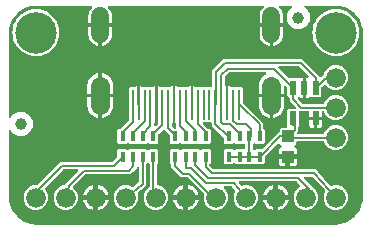
<source format=gbr>
G04 EAGLE Gerber RS-274X export*
G75*
%MOMM*%
%FSLAX34Y34*%
%LPD*%
%INTop Copper*%
%IPPOS*%
%AMOC8*
5,1,8,0,0,1.08239X$1,22.5*%
G01*
%ADD10C,3.516000*%
%ADD11C,1.000000*%
%ADD12C,1.650000*%
%ADD13C,1.500000*%
%ADD14R,0.250000X2.600000*%
%ADD15R,0.550000X1.200000*%
%ADD16R,0.450000X0.900000*%
%ADD17C,1.676400*%
%ADD18R,1.000000X1.075000*%
%ADD19C,0.800100*%
%ADD20C,0.203200*%

G36*
X279444Y2547D02*
X279444Y2547D01*
X279480Y2544D01*
X282897Y2813D01*
X283055Y2848D01*
X283131Y2859D01*
X289631Y4971D01*
X289886Y5096D01*
X289900Y5109D01*
X289914Y5115D01*
X295443Y9133D01*
X295647Y9330D01*
X295656Y9346D01*
X295667Y9357D01*
X299685Y14886D01*
X299818Y15137D01*
X299822Y15156D01*
X299829Y15169D01*
X301941Y21669D01*
X301969Y21829D01*
X301987Y21903D01*
X302256Y25320D01*
X302253Y25365D01*
X302259Y25400D01*
X302259Y165100D01*
X302253Y165144D01*
X302256Y165180D01*
X301987Y168597D01*
X301952Y168755D01*
X301941Y168831D01*
X299829Y175331D01*
X299704Y175586D01*
X299691Y175600D01*
X299685Y175614D01*
X295667Y181143D01*
X295470Y181347D01*
X295454Y181356D01*
X295443Y181367D01*
X289914Y185385D01*
X289663Y185518D01*
X289644Y185522D01*
X289631Y185529D01*
X283131Y187641D01*
X282971Y187669D01*
X282897Y187687D01*
X279480Y187956D01*
X279435Y187953D01*
X279400Y187959D01*
X253670Y187959D01*
X253651Y187957D01*
X253631Y187959D01*
X253510Y187937D01*
X253389Y187919D01*
X253371Y187911D01*
X253351Y187908D01*
X253241Y187853D01*
X253129Y187803D01*
X253114Y187791D01*
X253097Y187782D01*
X253006Y187699D01*
X252912Y187620D01*
X252901Y187603D01*
X252887Y187590D01*
X252823Y187485D01*
X252755Y187383D01*
X252749Y187364D01*
X252738Y187348D01*
X252706Y187229D01*
X252669Y187112D01*
X252668Y187092D01*
X252663Y187073D01*
X252665Y186951D01*
X252661Y186828D01*
X252666Y186809D01*
X252667Y186789D01*
X252702Y186671D01*
X252733Y186553D01*
X252743Y186536D01*
X252749Y186517D01*
X252816Y186414D01*
X252879Y186308D01*
X252893Y186295D01*
X252903Y186278D01*
X252960Y186232D01*
X253086Y186114D01*
X253131Y186090D01*
X253162Y186065D01*
X254907Y185057D01*
X257564Y180456D01*
X257564Y175144D01*
X254907Y170543D01*
X250306Y167886D01*
X244994Y167886D01*
X240393Y170543D01*
X237736Y175144D01*
X237736Y180456D01*
X240393Y185057D01*
X242138Y186065D01*
X242153Y186077D01*
X242171Y186085D01*
X242264Y186164D01*
X242361Y186240D01*
X242373Y186256D01*
X242388Y186269D01*
X242456Y186371D01*
X242528Y186470D01*
X242535Y186489D01*
X242545Y186505D01*
X242583Y186623D01*
X242624Y186738D01*
X242625Y186758D01*
X242631Y186776D01*
X242634Y186899D01*
X242642Y187022D01*
X242638Y187041D01*
X242639Y187060D01*
X242608Y187179D01*
X242581Y187299D01*
X242572Y187317D01*
X242567Y187335D01*
X242504Y187441D01*
X242445Y187549D01*
X242431Y187563D01*
X242421Y187580D01*
X242332Y187664D01*
X242246Y187751D01*
X242228Y187761D01*
X242214Y187774D01*
X242105Y187830D01*
X241998Y187890D01*
X241978Y187895D01*
X241961Y187904D01*
X241888Y187916D01*
X241721Y187955D01*
X241670Y187953D01*
X241630Y187959D01*
X232431Y187959D01*
X232402Y187955D01*
X232373Y187958D01*
X232262Y187935D01*
X232150Y187919D01*
X232123Y187907D01*
X232094Y187902D01*
X231994Y187849D01*
X231891Y187803D01*
X231868Y187784D01*
X231842Y187771D01*
X231760Y187693D01*
X231674Y187620D01*
X231657Y187595D01*
X231636Y187575D01*
X231579Y187477D01*
X231516Y187383D01*
X231507Y187355D01*
X231492Y187330D01*
X231464Y187220D01*
X231430Y187112D01*
X231429Y187082D01*
X231422Y187054D01*
X231426Y186941D01*
X231423Y186828D01*
X231430Y186799D01*
X231431Y186770D01*
X231466Y186662D01*
X231495Y186553D01*
X231510Y186527D01*
X231519Y186499D01*
X231564Y186435D01*
X231640Y186308D01*
X231686Y186265D01*
X231714Y186226D01*
X232559Y185381D01*
X233488Y184103D01*
X234205Y182694D01*
X234693Y181191D01*
X234941Y179630D01*
X234941Y172839D01*
X225384Y172839D01*
X225326Y172831D01*
X225268Y172833D01*
X225186Y172811D01*
X225103Y172799D01*
X225049Y172776D01*
X224993Y172761D01*
X224920Y172718D01*
X224901Y172709D01*
X224855Y172740D01*
X224799Y172757D01*
X224747Y172784D01*
X224679Y172795D01*
X224584Y172825D01*
X224484Y172828D01*
X224416Y172839D01*
X214859Y172839D01*
X214859Y179630D01*
X215107Y181191D01*
X215595Y182694D01*
X216312Y184103D01*
X217241Y185381D01*
X218086Y186226D01*
X218104Y186250D01*
X218126Y186269D01*
X218189Y186363D01*
X218257Y186453D01*
X218268Y186481D01*
X218284Y186505D01*
X218318Y186613D01*
X218359Y186719D01*
X218361Y186748D01*
X218370Y186776D01*
X218373Y186890D01*
X218382Y187002D01*
X218376Y187031D01*
X218377Y187060D01*
X218348Y187170D01*
X218326Y187281D01*
X218313Y187307D01*
X218305Y187335D01*
X218248Y187433D01*
X218195Y187533D01*
X218175Y187555D01*
X218160Y187580D01*
X218077Y187657D01*
X217999Y187739D01*
X217974Y187754D01*
X217953Y187774D01*
X217852Y187826D01*
X217754Y187883D01*
X217726Y187890D01*
X217700Y187904D01*
X217622Y187917D01*
X217479Y187953D01*
X217416Y187951D01*
X217369Y187959D01*
X87431Y187959D01*
X87402Y187955D01*
X87373Y187958D01*
X87262Y187935D01*
X87150Y187919D01*
X87123Y187907D01*
X87094Y187902D01*
X86994Y187849D01*
X86891Y187803D01*
X86868Y187784D01*
X86842Y187771D01*
X86760Y187693D01*
X86674Y187620D01*
X86657Y187595D01*
X86636Y187575D01*
X86579Y187477D01*
X86516Y187383D01*
X86507Y187355D01*
X86492Y187330D01*
X86464Y187220D01*
X86430Y187112D01*
X86429Y187082D01*
X86422Y187054D01*
X86426Y186941D01*
X86423Y186828D01*
X86430Y186799D01*
X86431Y186770D01*
X86466Y186662D01*
X86495Y186553D01*
X86510Y186527D01*
X86519Y186499D01*
X86564Y186435D01*
X86640Y186308D01*
X86686Y186265D01*
X86714Y186226D01*
X87559Y185381D01*
X88488Y184103D01*
X89205Y182694D01*
X89693Y181191D01*
X89941Y179630D01*
X89941Y172839D01*
X80384Y172839D01*
X80326Y172831D01*
X80268Y172833D01*
X80186Y172811D01*
X80103Y172799D01*
X80049Y172776D01*
X79993Y172761D01*
X79920Y172718D01*
X79901Y172709D01*
X79855Y172740D01*
X79799Y172757D01*
X79747Y172784D01*
X79679Y172795D01*
X79584Y172825D01*
X79484Y172828D01*
X79416Y172839D01*
X69859Y172839D01*
X69859Y179630D01*
X70107Y181191D01*
X70595Y182694D01*
X71312Y184103D01*
X72241Y185381D01*
X73086Y186226D01*
X73104Y186250D01*
X73126Y186269D01*
X73189Y186363D01*
X73257Y186453D01*
X73268Y186481D01*
X73284Y186505D01*
X73318Y186613D01*
X73359Y186719D01*
X73361Y186748D01*
X73370Y186776D01*
X73373Y186890D01*
X73382Y187002D01*
X73376Y187031D01*
X73377Y187060D01*
X73348Y187170D01*
X73326Y187281D01*
X73313Y187307D01*
X73305Y187335D01*
X73248Y187433D01*
X73195Y187533D01*
X73175Y187555D01*
X73160Y187580D01*
X73077Y187657D01*
X72999Y187739D01*
X72974Y187754D01*
X72953Y187774D01*
X72852Y187826D01*
X72754Y187883D01*
X72726Y187890D01*
X72700Y187904D01*
X72622Y187917D01*
X72479Y187953D01*
X72416Y187951D01*
X72369Y187959D01*
X25400Y187959D01*
X25356Y187953D01*
X25320Y187956D01*
X21903Y187687D01*
X21745Y187652D01*
X21669Y187641D01*
X15169Y185529D01*
X14914Y185404D01*
X14900Y185391D01*
X14886Y185385D01*
X9357Y181367D01*
X9153Y181170D01*
X9144Y181154D01*
X9133Y181143D01*
X5115Y175614D01*
X4982Y175363D01*
X4978Y175344D01*
X4971Y175331D01*
X2859Y168831D01*
X2831Y168671D01*
X2813Y168597D01*
X2544Y165180D01*
X2547Y165135D01*
X2541Y165100D01*
X2541Y93650D01*
X2543Y93631D01*
X2541Y93611D01*
X2563Y93490D01*
X2581Y93369D01*
X2589Y93351D01*
X2592Y93331D01*
X2647Y93221D01*
X2697Y93109D01*
X2709Y93094D01*
X2718Y93077D01*
X2801Y92986D01*
X2880Y92892D01*
X2897Y92881D01*
X2910Y92867D01*
X3015Y92803D01*
X3117Y92735D01*
X3136Y92729D01*
X3152Y92718D01*
X3271Y92686D01*
X3388Y92649D01*
X3408Y92648D01*
X3427Y92643D01*
X3549Y92645D01*
X3672Y92641D01*
X3691Y92646D01*
X3711Y92647D01*
X3829Y92682D01*
X3947Y92713D01*
X3964Y92723D01*
X3983Y92729D01*
X4086Y92796D01*
X4192Y92859D01*
X4205Y92873D01*
X4222Y92883D01*
X4268Y92940D01*
X4386Y93066D01*
X4410Y93111D01*
X4435Y93142D01*
X5443Y94887D01*
X10044Y97544D01*
X15356Y97544D01*
X19957Y94887D01*
X22614Y90286D01*
X22614Y84974D01*
X19957Y80373D01*
X15356Y77716D01*
X10044Y77716D01*
X5443Y80373D01*
X4435Y82118D01*
X4423Y82133D01*
X4415Y82151D01*
X4336Y82244D01*
X4260Y82341D01*
X4244Y82353D01*
X4231Y82368D01*
X4129Y82436D01*
X4030Y82508D01*
X4011Y82515D01*
X3995Y82525D01*
X3877Y82563D01*
X3762Y82604D01*
X3742Y82605D01*
X3724Y82611D01*
X3601Y82614D01*
X3478Y82622D01*
X3459Y82618D01*
X3440Y82619D01*
X3321Y82588D01*
X3201Y82561D01*
X3183Y82552D01*
X3165Y82547D01*
X3059Y82484D01*
X2951Y82425D01*
X2937Y82411D01*
X2920Y82401D01*
X2836Y82312D01*
X2749Y82226D01*
X2739Y82208D01*
X2726Y82194D01*
X2669Y82084D01*
X2610Y81978D01*
X2605Y81958D01*
X2596Y81941D01*
X2584Y81868D01*
X2545Y81701D01*
X2547Y81650D01*
X2541Y81610D01*
X2541Y25400D01*
X2547Y25356D01*
X2544Y25320D01*
X2813Y21903D01*
X2848Y21745D01*
X2859Y21669D01*
X4971Y15169D01*
X5096Y14914D01*
X5109Y14900D01*
X5115Y14886D01*
X9133Y9357D01*
X9330Y9153D01*
X9346Y9144D01*
X9357Y9133D01*
X14886Y5115D01*
X15137Y4982D01*
X15156Y4978D01*
X15169Y4971D01*
X21669Y2859D01*
X21829Y2831D01*
X21903Y2813D01*
X25320Y2544D01*
X25365Y2547D01*
X25400Y2541D01*
X279400Y2541D01*
X279444Y2547D01*
G37*
%LPC*%
G36*
X185838Y53547D02*
X185838Y53547D01*
X184647Y54738D01*
X184647Y65422D01*
X185838Y66613D01*
X192022Y66613D01*
X192712Y65923D01*
X192759Y65888D01*
X192799Y65845D01*
X192872Y65802D01*
X192939Y65752D01*
X192994Y65731D01*
X193044Y65701D01*
X193126Y65680D01*
X193205Y65650D01*
X193263Y65646D01*
X193320Y65631D01*
X193404Y65634D01*
X193488Y65627D01*
X193546Y65638D01*
X193604Y65640D01*
X193684Y65666D01*
X193767Y65683D01*
X193819Y65710D01*
X193875Y65728D01*
X193931Y65768D01*
X194019Y65814D01*
X194092Y65882D01*
X194148Y65923D01*
X194838Y66613D01*
X201022Y66613D01*
X201148Y66487D01*
X201172Y66469D01*
X201191Y66447D01*
X201285Y66384D01*
X201375Y66316D01*
X201403Y66305D01*
X201427Y66289D01*
X201535Y66255D01*
X201641Y66214D01*
X201670Y66212D01*
X201698Y66203D01*
X201811Y66200D01*
X201924Y66191D01*
X201953Y66197D01*
X201982Y66196D01*
X202092Y66224D01*
X202203Y66247D01*
X202229Y66260D01*
X202257Y66268D01*
X202355Y66326D01*
X202455Y66378D01*
X202477Y66398D01*
X202502Y66413D01*
X202579Y66496D01*
X202661Y66574D01*
X202676Y66599D01*
X202696Y66620D01*
X202748Y66721D01*
X202805Y66819D01*
X202812Y66847D01*
X202826Y66873D01*
X202839Y66951D01*
X202875Y67094D01*
X202873Y67157D01*
X202881Y67204D01*
X202881Y69956D01*
X202877Y69985D01*
X202880Y70014D01*
X202857Y70125D01*
X202841Y70237D01*
X202829Y70264D01*
X202824Y70293D01*
X202772Y70393D01*
X202725Y70496D01*
X202706Y70519D01*
X202693Y70545D01*
X202615Y70627D01*
X202542Y70713D01*
X202517Y70730D01*
X202497Y70751D01*
X202399Y70808D01*
X202305Y70871D01*
X202277Y70880D01*
X202252Y70895D01*
X202142Y70923D01*
X202034Y70957D01*
X202005Y70958D01*
X201976Y70965D01*
X201863Y70961D01*
X201750Y70964D01*
X201721Y70957D01*
X201692Y70956D01*
X201584Y70921D01*
X201475Y70892D01*
X201449Y70877D01*
X201421Y70868D01*
X201357Y70823D01*
X201230Y70747D01*
X201187Y70701D01*
X201148Y70673D01*
X201022Y70547D01*
X194838Y70547D01*
X194148Y71237D01*
X194101Y71272D01*
X194061Y71315D01*
X193988Y71358D01*
X193921Y71408D01*
X193866Y71429D01*
X193816Y71459D01*
X193734Y71480D01*
X193655Y71510D01*
X193597Y71514D01*
X193540Y71529D01*
X193456Y71526D01*
X193372Y71533D01*
X193314Y71522D01*
X193256Y71520D01*
X193176Y71494D01*
X193093Y71477D01*
X193041Y71450D01*
X192985Y71432D01*
X192929Y71392D01*
X192841Y71346D01*
X192768Y71278D01*
X192712Y71237D01*
X192022Y70547D01*
X185838Y70547D01*
X184647Y71738D01*
X184647Y75361D01*
X184635Y75447D01*
X184632Y75535D01*
X184615Y75587D01*
X184607Y75642D01*
X184572Y75722D01*
X184545Y75805D01*
X184517Y75844D01*
X184491Y75902D01*
X184395Y76015D01*
X184350Y76079D01*
X174351Y86077D01*
X174351Y88092D01*
X174343Y88150D01*
X174345Y88208D01*
X174323Y88290D01*
X174311Y88374D01*
X174288Y88427D01*
X174273Y88483D01*
X174230Y88556D01*
X174195Y88633D01*
X174157Y88678D01*
X174128Y88728D01*
X174066Y88786D01*
X174012Y88850D01*
X173963Y88882D01*
X173920Y88922D01*
X173845Y88961D01*
X173775Y89008D01*
X173719Y89025D01*
X173667Y89052D01*
X173599Y89063D01*
X173504Y89093D01*
X173404Y89096D01*
X173336Y89107D01*
X167845Y89107D01*
X167816Y89103D01*
X167787Y89106D01*
X167676Y89083D01*
X167564Y89067D01*
X167537Y89055D01*
X167508Y89050D01*
X167408Y88998D01*
X167304Y88951D01*
X167282Y88932D01*
X167256Y88919D01*
X167174Y88841D01*
X167087Y88768D01*
X167071Y88743D01*
X167050Y88723D01*
X166993Y88625D01*
X166930Y88531D01*
X166921Y88503D01*
X166906Y88478D01*
X166878Y88368D01*
X166844Y88260D01*
X166843Y88230D01*
X166836Y88202D01*
X166840Y88089D01*
X166837Y87976D01*
X166844Y87947D01*
X166845Y87918D01*
X166880Y87810D01*
X166909Y87701D01*
X166924Y87675D01*
X166933Y87647D01*
X166978Y87584D01*
X167054Y87456D01*
X167099Y87413D01*
X167127Y87374D01*
X170591Y83910D01*
X170661Y83858D01*
X170725Y83798D01*
X170775Y83772D01*
X170819Y83739D01*
X170900Y83708D01*
X170978Y83668D01*
X171026Y83660D01*
X171084Y83638D01*
X171232Y83626D01*
X171309Y83613D01*
X172302Y83613D01*
X173493Y82422D01*
X173493Y71738D01*
X172302Y70547D01*
X166118Y70547D01*
X165428Y71237D01*
X165381Y71273D01*
X165341Y71315D01*
X165268Y71358D01*
X165201Y71408D01*
X165146Y71429D01*
X165096Y71459D01*
X165014Y71479D01*
X164935Y71510D01*
X164877Y71514D01*
X164820Y71529D01*
X164736Y71526D01*
X164652Y71533D01*
X164594Y71522D01*
X164536Y71520D01*
X164456Y71494D01*
X164373Y71477D01*
X164321Y71450D01*
X164265Y71432D01*
X164209Y71392D01*
X164121Y71346D01*
X164048Y71277D01*
X163992Y71237D01*
X163302Y70547D01*
X157118Y70547D01*
X156928Y70737D01*
X156881Y70773D01*
X156841Y70815D01*
X156768Y70858D01*
X156701Y70908D01*
X156646Y70929D01*
X156596Y70959D01*
X156514Y70979D01*
X156435Y71010D01*
X156377Y71014D01*
X156320Y71029D01*
X156236Y71026D01*
X156152Y71033D01*
X156094Y71022D01*
X156036Y71020D01*
X155956Y70994D01*
X155873Y70977D01*
X155821Y70950D01*
X155765Y70932D01*
X155709Y70892D01*
X155621Y70846D01*
X155548Y70777D01*
X155492Y70737D01*
X155302Y70547D01*
X149118Y70547D01*
X148428Y71237D01*
X148381Y71272D01*
X148341Y71315D01*
X148268Y71358D01*
X148201Y71408D01*
X148146Y71429D01*
X148096Y71459D01*
X148014Y71480D01*
X147935Y71510D01*
X147877Y71514D01*
X147820Y71529D01*
X147736Y71526D01*
X147652Y71533D01*
X147594Y71522D01*
X147536Y71520D01*
X147456Y71494D01*
X147373Y71477D01*
X147321Y71450D01*
X147265Y71432D01*
X147209Y71392D01*
X147121Y71346D01*
X147048Y71278D01*
X146992Y71237D01*
X146302Y70547D01*
X140118Y70547D01*
X138927Y71738D01*
X138927Y77901D01*
X138915Y77987D01*
X138912Y78075D01*
X138895Y78127D01*
X138887Y78182D01*
X138852Y78262D01*
X138825Y78345D01*
X138797Y78384D01*
X138771Y78442D01*
X138675Y78555D01*
X138630Y78619D01*
X134358Y82891D01*
X134311Y82926D01*
X134271Y82968D01*
X134198Y83011D01*
X134131Y83061D01*
X134076Y83082D01*
X134026Y83112D01*
X133944Y83133D01*
X133865Y83163D01*
X133807Y83168D01*
X133750Y83182D01*
X133666Y83179D01*
X133582Y83186D01*
X133524Y83175D01*
X133466Y83173D01*
X133386Y83147D01*
X133303Y83130D01*
X133251Y83103D01*
X133195Y83085D01*
X133139Y83045D01*
X133051Y82999D01*
X132978Y82931D01*
X132922Y82891D01*
X129340Y79309D01*
X129288Y79239D01*
X129228Y79175D01*
X129202Y79125D01*
X129169Y79081D01*
X129138Y79000D01*
X129098Y78922D01*
X129090Y78874D01*
X129068Y78816D01*
X129056Y78668D01*
X129043Y78591D01*
X129043Y71738D01*
X127852Y70547D01*
X121668Y70547D01*
X120978Y71237D01*
X120931Y71273D01*
X120891Y71315D01*
X120818Y71358D01*
X120751Y71408D01*
X120696Y71429D01*
X120646Y71459D01*
X120564Y71479D01*
X120485Y71510D01*
X120427Y71514D01*
X120370Y71529D01*
X120286Y71526D01*
X120202Y71533D01*
X120144Y71522D01*
X120086Y71520D01*
X120006Y71494D01*
X119923Y71477D01*
X119871Y71450D01*
X119815Y71432D01*
X119759Y71392D01*
X119671Y71346D01*
X119598Y71277D01*
X119542Y71237D01*
X118852Y70547D01*
X112668Y70547D01*
X112478Y70737D01*
X112431Y70773D01*
X112391Y70815D01*
X112318Y70858D01*
X112251Y70908D01*
X112196Y70929D01*
X112146Y70959D01*
X112064Y70979D01*
X111985Y71010D01*
X111927Y71014D01*
X111870Y71029D01*
X111786Y71026D01*
X111702Y71033D01*
X111644Y71022D01*
X111586Y71020D01*
X111506Y70994D01*
X111423Y70977D01*
X111371Y70950D01*
X111315Y70932D01*
X111259Y70892D01*
X111171Y70846D01*
X111098Y70777D01*
X111042Y70737D01*
X110852Y70547D01*
X104668Y70547D01*
X103978Y71237D01*
X103931Y71272D01*
X103891Y71315D01*
X103818Y71358D01*
X103751Y71408D01*
X103696Y71429D01*
X103646Y71459D01*
X103564Y71480D01*
X103485Y71510D01*
X103427Y71514D01*
X103370Y71529D01*
X103286Y71526D01*
X103202Y71533D01*
X103144Y71522D01*
X103086Y71520D01*
X103006Y71494D01*
X102923Y71477D01*
X102871Y71450D01*
X102815Y71432D01*
X102759Y71392D01*
X102671Y71346D01*
X102598Y71278D01*
X102542Y71237D01*
X101852Y70547D01*
X95668Y70547D01*
X94477Y71738D01*
X94477Y82422D01*
X95668Y83613D01*
X96661Y83613D01*
X96747Y83625D01*
X96835Y83628D01*
X96887Y83645D01*
X96942Y83653D01*
X97022Y83688D01*
X97105Y83715D01*
X97144Y83743D01*
X97202Y83769D01*
X97315Y83865D01*
X97379Y83910D01*
X103820Y90351D01*
X103872Y90421D01*
X103932Y90485D01*
X103958Y90535D01*
X103991Y90579D01*
X104022Y90660D01*
X104062Y90738D01*
X104070Y90786D01*
X104092Y90844D01*
X104104Y90992D01*
X104117Y91069D01*
X104117Y117982D01*
X105308Y119173D01*
X109317Y119173D01*
X109414Y119186D01*
X109511Y119191D01*
X109548Y119205D01*
X109599Y119213D01*
X109756Y119283D01*
X109825Y119309D01*
X110169Y119508D01*
X110816Y119681D01*
X111385Y119681D01*
X111385Y104140D01*
X111393Y104082D01*
X111391Y104024D01*
X111413Y103942D01*
X111424Y103859D01*
X111448Y103805D01*
X111463Y103749D01*
X111506Y103676D01*
X111541Y103599D01*
X111578Y103555D01*
X111608Y103505D01*
X111670Y103447D01*
X111724Y103382D01*
X111773Y103350D01*
X111816Y103310D01*
X111891Y103272D01*
X111961Y103225D01*
X112017Y103207D01*
X112069Y103181D01*
X112137Y103169D01*
X112232Y103139D01*
X112332Y103136D01*
X112400Y103125D01*
X112458Y103133D01*
X112516Y103132D01*
X112598Y103153D01*
X112682Y103165D01*
X112735Y103189D01*
X112792Y103204D01*
X112864Y103247D01*
X112941Y103281D01*
X112986Y103319D01*
X113036Y103349D01*
X113094Y103410D01*
X113158Y103465D01*
X113190Y103513D01*
X113230Y103556D01*
X113269Y103631D01*
X113316Y103701D01*
X113333Y103757D01*
X113360Y103809D01*
X113371Y103877D01*
X113401Y103972D01*
X113404Y104072D01*
X113415Y104140D01*
X113415Y119681D01*
X113984Y119681D01*
X114631Y119508D01*
X114975Y119309D01*
X115065Y119272D01*
X115152Y119228D01*
X115191Y119222D01*
X115239Y119202D01*
X115410Y119185D01*
X115483Y119173D01*
X124317Y119173D01*
X124414Y119186D01*
X124511Y119191D01*
X124548Y119205D01*
X124599Y119213D01*
X124756Y119283D01*
X124825Y119309D01*
X125169Y119508D01*
X125816Y119681D01*
X126385Y119681D01*
X126385Y104140D01*
X126385Y88592D01*
X126348Y88593D01*
X126266Y88571D01*
X126182Y88559D01*
X126129Y88536D01*
X126073Y88521D01*
X126000Y88478D01*
X125923Y88443D01*
X125878Y88405D01*
X125828Y88376D01*
X125770Y88314D01*
X125706Y88260D01*
X125674Y88211D01*
X125634Y88168D01*
X125595Y88093D01*
X125548Y88023D01*
X125531Y87967D01*
X125504Y87915D01*
X125493Y87847D01*
X125463Y87752D01*
X125460Y87652D01*
X125449Y87584D01*
X125449Y86491D01*
X125453Y86462D01*
X125450Y86433D01*
X125473Y86322D01*
X125489Y86210D01*
X125501Y86183D01*
X125506Y86154D01*
X125558Y86054D01*
X125605Y85950D01*
X125624Y85928D01*
X125637Y85902D01*
X125715Y85820D01*
X125788Y85733D01*
X125813Y85717D01*
X125833Y85696D01*
X125931Y85639D01*
X126025Y85576D01*
X126053Y85567D01*
X126078Y85552D01*
X126188Y85524D01*
X126296Y85490D01*
X126326Y85489D01*
X126354Y85482D01*
X126467Y85486D01*
X126580Y85483D01*
X126609Y85490D01*
X126638Y85491D01*
X126746Y85526D01*
X126855Y85555D01*
X126881Y85570D01*
X126909Y85579D01*
X126972Y85624D01*
X127100Y85700D01*
X127143Y85745D01*
X127182Y85773D01*
X128275Y86866D01*
X128292Y86890D01*
X128315Y86909D01*
X128378Y87003D01*
X128445Y87093D01*
X128456Y87121D01*
X128472Y87145D01*
X128506Y87253D01*
X128547Y87359D01*
X128549Y87388D01*
X128558Y87416D01*
X128561Y87530D01*
X128570Y87642D01*
X128565Y87671D01*
X128565Y87700D01*
X128537Y87810D01*
X128514Y87921D01*
X128501Y87947D01*
X128493Y87975D01*
X128436Y88073D01*
X128415Y88112D01*
X128415Y104140D01*
X128415Y119681D01*
X128984Y119681D01*
X129631Y119508D01*
X129975Y119309D01*
X130065Y119272D01*
X130152Y119228D01*
X130191Y119222D01*
X130239Y119202D01*
X130410Y119185D01*
X130483Y119173D01*
X139317Y119173D01*
X139414Y119186D01*
X139511Y119191D01*
X139548Y119205D01*
X139599Y119213D01*
X139756Y119283D01*
X139825Y119309D01*
X140169Y119508D01*
X140816Y119681D01*
X141385Y119681D01*
X141385Y104140D01*
X141385Y88592D01*
X141348Y88593D01*
X141266Y88571D01*
X141182Y88559D01*
X141129Y88536D01*
X141073Y88521D01*
X141000Y88478D01*
X140923Y88443D01*
X140878Y88405D01*
X140828Y88376D01*
X140770Y88314D01*
X140706Y88260D01*
X140674Y88211D01*
X140634Y88168D01*
X140595Y88093D01*
X140548Y88023D01*
X140531Y87967D01*
X140504Y87915D01*
X140493Y87847D01*
X140463Y87752D01*
X140460Y87652D01*
X140449Y87584D01*
X140449Y85843D01*
X140461Y85757D01*
X140464Y85669D01*
X140481Y85617D01*
X140489Y85562D01*
X140524Y85482D01*
X140551Y85399D01*
X140579Y85360D01*
X140605Y85302D01*
X140701Y85189D01*
X140724Y85157D01*
X140725Y85155D01*
X140746Y85125D01*
X141961Y83910D01*
X142031Y83858D01*
X142095Y83798D01*
X142144Y83772D01*
X142189Y83739D01*
X142270Y83708D01*
X142348Y83668D01*
X142396Y83660D01*
X142454Y83638D01*
X142602Y83626D01*
X142679Y83613D01*
X143336Y83613D01*
X143394Y83621D01*
X143452Y83619D01*
X143534Y83641D01*
X143618Y83653D01*
X143671Y83676D01*
X143727Y83691D01*
X143800Y83734D01*
X143877Y83769D01*
X143922Y83807D01*
X143972Y83836D01*
X144030Y83898D01*
X144094Y83952D01*
X144126Y84001D01*
X144166Y84044D01*
X144205Y84119D01*
X144252Y84189D01*
X144269Y84245D01*
X144296Y84297D01*
X144307Y84365D01*
X144337Y84460D01*
X144340Y84560D01*
X144351Y84628D01*
X144351Y87584D01*
X144343Y87642D01*
X144345Y87700D01*
X144323Y87782D01*
X144311Y87866D01*
X144288Y87919D01*
X144273Y87975D01*
X144230Y88048D01*
X144195Y88125D01*
X144157Y88170D01*
X144128Y88220D01*
X144066Y88278D01*
X144012Y88342D01*
X143963Y88374D01*
X143920Y88414D01*
X143845Y88453D01*
X143775Y88500D01*
X143719Y88517D01*
X143667Y88544D01*
X143599Y88555D01*
X143504Y88585D01*
X143415Y88588D01*
X143415Y104140D01*
X143415Y119681D01*
X143984Y119681D01*
X144631Y119508D01*
X144975Y119309D01*
X145065Y119272D01*
X145152Y119228D01*
X145191Y119222D01*
X145239Y119202D01*
X145410Y119185D01*
X145483Y119173D01*
X154317Y119173D01*
X154414Y119186D01*
X154511Y119191D01*
X154548Y119205D01*
X154599Y119213D01*
X154756Y119283D01*
X154825Y119309D01*
X155169Y119508D01*
X155816Y119681D01*
X156385Y119681D01*
X156385Y104140D01*
X156393Y104082D01*
X156391Y104024D01*
X156413Y103942D01*
X156424Y103859D01*
X156448Y103805D01*
X156463Y103749D01*
X156506Y103676D01*
X156541Y103599D01*
X156578Y103555D01*
X156608Y103505D01*
X156670Y103447D01*
X156724Y103382D01*
X156773Y103350D01*
X156816Y103310D01*
X156891Y103272D01*
X156961Y103225D01*
X157017Y103207D01*
X157069Y103181D01*
X157137Y103169D01*
X157232Y103139D01*
X157332Y103136D01*
X157400Y103125D01*
X157458Y103133D01*
X157516Y103132D01*
X157598Y103153D01*
X157682Y103165D01*
X157735Y103189D01*
X157792Y103204D01*
X157864Y103247D01*
X157941Y103281D01*
X157986Y103319D01*
X158036Y103349D01*
X158094Y103410D01*
X158158Y103465D01*
X158190Y103513D01*
X158230Y103556D01*
X158269Y103631D01*
X158316Y103701D01*
X158333Y103757D01*
X158360Y103809D01*
X158371Y103877D01*
X158401Y103972D01*
X158404Y104072D01*
X158415Y104140D01*
X158415Y119681D01*
X158984Y119681D01*
X159631Y119508D01*
X159975Y119309D01*
X160065Y119272D01*
X160152Y119228D01*
X160191Y119222D01*
X160239Y119202D01*
X160410Y119185D01*
X160483Y119173D01*
X173736Y119173D01*
X173794Y119181D01*
X173852Y119179D01*
X173934Y119201D01*
X174018Y119213D01*
X174071Y119236D01*
X174127Y119251D01*
X174200Y119294D01*
X174277Y119329D01*
X174322Y119367D01*
X174372Y119396D01*
X174430Y119458D01*
X174494Y119512D01*
X174526Y119561D01*
X174566Y119604D01*
X174605Y119679D01*
X174652Y119749D01*
X174669Y119805D01*
X174696Y119857D01*
X174707Y119925D01*
X174737Y120020D01*
X174740Y120120D01*
X174751Y120188D01*
X174751Y133343D01*
X184157Y142749D01*
X250793Y142749D01*
X265279Y128263D01*
X265279Y128222D01*
X265283Y128193D01*
X265280Y128164D01*
X265303Y128053D01*
X265319Y127941D01*
X265331Y127914D01*
X265336Y127885D01*
X265388Y127785D01*
X265435Y127681D01*
X265454Y127659D01*
X265467Y127633D01*
X265545Y127551D01*
X265618Y127464D01*
X265643Y127448D01*
X265663Y127427D01*
X265761Y127370D01*
X265855Y127307D01*
X265883Y127298D01*
X265908Y127283D01*
X266018Y127255D01*
X266126Y127221D01*
X266155Y127220D01*
X266184Y127213D01*
X266297Y127217D01*
X266410Y127214D01*
X266439Y127221D01*
X266468Y127222D01*
X266576Y127257D01*
X266685Y127286D01*
X266711Y127300D01*
X266739Y127310D01*
X266803Y127355D01*
X266930Y127431D01*
X266973Y127476D01*
X267012Y127504D01*
X267473Y127965D01*
X267473Y127966D01*
X269130Y129622D01*
X269148Y129647D01*
X269172Y129667D01*
X269214Y129734D01*
X269301Y129849D01*
X269323Y129910D01*
X269350Y129952D01*
X270571Y132900D01*
X273500Y135829D01*
X277328Y137415D01*
X281472Y137415D01*
X285300Y135829D01*
X288229Y132900D01*
X289815Y129072D01*
X289815Y124928D01*
X288229Y121100D01*
X285300Y118171D01*
X281472Y116585D01*
X277328Y116585D01*
X273501Y118171D01*
X270619Y121052D01*
X270572Y121088D01*
X270532Y121130D01*
X270459Y121173D01*
X270392Y121223D01*
X270337Y121244D01*
X270287Y121274D01*
X270205Y121295D01*
X270126Y121325D01*
X270068Y121329D01*
X270011Y121344D01*
X269927Y121341D01*
X269843Y121348D01*
X269785Y121337D01*
X269727Y121335D01*
X269647Y121309D01*
X269564Y121292D01*
X269512Y121265D01*
X269456Y121247D01*
X269400Y121207D01*
X269312Y121161D01*
X269239Y121093D01*
X269183Y121052D01*
X267310Y119180D01*
X267258Y119110D01*
X267198Y119046D01*
X267172Y118996D01*
X267139Y118952D01*
X267108Y118871D01*
X267068Y118793D01*
X267060Y118745D01*
X267038Y118687D01*
X267026Y118539D01*
X267013Y118462D01*
X267013Y111569D01*
X265822Y110378D01*
X258638Y110378D01*
X258557Y110459D01*
X258510Y110494D01*
X258470Y110537D01*
X258397Y110579D01*
X258330Y110630D01*
X258275Y110651D01*
X258225Y110681D01*
X258143Y110701D01*
X258064Y110731D01*
X258006Y110736D01*
X257949Y110751D01*
X257865Y110748D01*
X257781Y110755D01*
X257724Y110743D01*
X257665Y110742D01*
X257585Y110716D01*
X257502Y110699D01*
X257450Y110672D01*
X257395Y110654D01*
X257338Y110614D01*
X257250Y110568D01*
X257178Y110499D01*
X257121Y110459D01*
X257040Y110378D01*
X256461Y110043D01*
X255814Y109870D01*
X254104Y109870D01*
X254104Y118052D01*
X254096Y118110D01*
X254098Y118168D01*
X254076Y118250D01*
X254064Y118333D01*
X254041Y118387D01*
X254034Y118411D01*
X254049Y118439D01*
X254060Y118507D01*
X254090Y118602D01*
X254093Y118702D01*
X254104Y118770D01*
X254104Y126952D01*
X255516Y126952D01*
X255545Y126956D01*
X255574Y126953D01*
X255685Y126976D01*
X255797Y126992D01*
X255824Y127004D01*
X255853Y127009D01*
X255953Y127061D01*
X256057Y127108D01*
X256079Y127127D01*
X256105Y127140D01*
X256187Y127218D01*
X256274Y127291D01*
X256290Y127316D01*
X256311Y127336D01*
X256368Y127434D01*
X256431Y127528D01*
X256440Y127556D01*
X256455Y127581D01*
X256483Y127691D01*
X256517Y127799D01*
X256518Y127829D01*
X256525Y127857D01*
X256521Y127970D01*
X256524Y128083D01*
X256517Y128112D01*
X256516Y128141D01*
X256481Y128249D01*
X256452Y128358D01*
X256437Y128384D01*
X256428Y128412D01*
X256383Y128475D01*
X256307Y128603D01*
X256262Y128646D01*
X256234Y128685D01*
X248565Y136354D01*
X248495Y136406D01*
X248431Y136466D01*
X248381Y136492D01*
X248337Y136525D01*
X248256Y136556D01*
X248178Y136596D01*
X248130Y136604D01*
X248072Y136626D01*
X247924Y136638D01*
X247847Y136651D01*
X231752Y136651D01*
X231723Y136647D01*
X231694Y136650D01*
X231583Y136627D01*
X231471Y136611D01*
X231444Y136599D01*
X231415Y136594D01*
X231315Y136542D01*
X231211Y136495D01*
X231189Y136476D01*
X231163Y136463D01*
X231081Y136385D01*
X230994Y136312D01*
X230978Y136287D01*
X230957Y136267D01*
X230900Y136169D01*
X230837Y136075D01*
X230828Y136047D01*
X230813Y136022D01*
X230785Y135912D01*
X230751Y135804D01*
X230750Y135774D01*
X230743Y135746D01*
X230747Y135633D01*
X230744Y135520D01*
X230751Y135491D01*
X230752Y135462D01*
X230787Y135354D01*
X230816Y135245D01*
X230831Y135219D01*
X230840Y135191D01*
X230885Y135128D01*
X230961Y135000D01*
X231006Y134957D01*
X231034Y134918D01*
X239211Y126741D01*
X239281Y126689D01*
X239345Y126629D01*
X239395Y126603D01*
X239439Y126570D01*
X239520Y126539D01*
X239598Y126499D01*
X239646Y126491D01*
X239704Y126469D01*
X239852Y126457D01*
X239929Y126444D01*
X246822Y126444D01*
X246903Y126363D01*
X246950Y126328D01*
X246990Y126285D01*
X247063Y126243D01*
X247130Y126192D01*
X247185Y126171D01*
X247235Y126141D01*
X247317Y126121D01*
X247396Y126091D01*
X247454Y126086D01*
X247511Y126071D01*
X247595Y126074D01*
X247679Y126067D01*
X247736Y126079D01*
X247795Y126080D01*
X247875Y126106D01*
X247958Y126123D01*
X248010Y126150D01*
X248065Y126168D01*
X248122Y126208D01*
X248210Y126254D01*
X248282Y126323D01*
X248339Y126363D01*
X248420Y126444D01*
X248999Y126779D01*
X249646Y126952D01*
X251356Y126952D01*
X251356Y118770D01*
X251364Y118712D01*
X251362Y118654D01*
X251384Y118572D01*
X251396Y118489D01*
X251419Y118435D01*
X251426Y118411D01*
X251411Y118383D01*
X251400Y118315D01*
X251370Y118220D01*
X251367Y118120D01*
X251356Y118052D01*
X251356Y109870D01*
X249646Y109870D01*
X248999Y110043D01*
X248719Y110205D01*
X248710Y110209D01*
X248702Y110215D01*
X248578Y110262D01*
X248455Y110312D01*
X248445Y110313D01*
X248436Y110316D01*
X248304Y110327D01*
X248172Y110341D01*
X248163Y110339D01*
X248153Y110340D01*
X248023Y110314D01*
X247893Y110290D01*
X247884Y110286D01*
X247874Y110284D01*
X247757Y110223D01*
X247638Y110164D01*
X247630Y110157D01*
X247622Y110153D01*
X247526Y110062D01*
X247428Y109972D01*
X247423Y109964D01*
X247416Y109957D01*
X247349Y109843D01*
X247280Y109730D01*
X247277Y109720D01*
X247272Y109712D01*
X247239Y109584D01*
X247204Y109456D01*
X247204Y109446D01*
X247202Y109436D01*
X247206Y109303D01*
X247208Y109171D01*
X247211Y109162D01*
X247211Y109152D01*
X247252Y109026D01*
X247290Y108899D01*
X247295Y108891D01*
X247298Y108882D01*
X247331Y108836D01*
X247445Y108661D01*
X247472Y108638D01*
X247493Y108608D01*
X251155Y104946D01*
X251225Y104894D01*
X251289Y104834D01*
X251339Y104808D01*
X251383Y104775D01*
X251464Y104744D01*
X251542Y104704D01*
X251590Y104696D01*
X251648Y104674D01*
X251796Y104662D01*
X251873Y104649D01*
X268712Y104649D01*
X268713Y104649D01*
X268715Y104649D01*
X268855Y104669D01*
X268993Y104689D01*
X268995Y104689D01*
X268996Y104689D01*
X269124Y104747D01*
X269253Y104805D01*
X269254Y104806D01*
X269255Y104807D01*
X269362Y104898D01*
X269470Y104988D01*
X269470Y104990D01*
X269472Y104991D01*
X269480Y105004D01*
X269627Y105225D01*
X269636Y105254D01*
X269650Y105275D01*
X270571Y107500D01*
X273500Y110429D01*
X277328Y112015D01*
X281472Y112015D01*
X285300Y110429D01*
X288229Y107500D01*
X289815Y103672D01*
X289815Y99528D01*
X288229Y95700D01*
X285300Y92771D01*
X281472Y91185D01*
X277328Y91185D01*
X273500Y92771D01*
X270571Y95700D01*
X269650Y97925D01*
X269649Y97926D01*
X269648Y97927D01*
X269577Y98048D01*
X269505Y98169D01*
X269504Y98170D01*
X269503Y98172D01*
X269399Y98269D01*
X269298Y98365D01*
X269297Y98365D01*
X269296Y98366D01*
X269170Y98431D01*
X269046Y98495D01*
X269044Y98495D01*
X269043Y98496D01*
X269028Y98498D01*
X268767Y98550D01*
X268736Y98547D01*
X268712Y98551D01*
X268536Y98551D01*
X268478Y98543D01*
X268420Y98545D01*
X268338Y98523D01*
X268254Y98511D01*
X268201Y98488D01*
X268145Y98473D01*
X268072Y98430D01*
X267995Y98395D01*
X267950Y98357D01*
X267900Y98328D01*
X267842Y98266D01*
X267778Y98212D01*
X267746Y98163D01*
X267706Y98120D01*
X267667Y98045D01*
X267620Y97975D01*
X267603Y97919D01*
X267576Y97867D01*
X267565Y97799D01*
X267535Y97704D01*
X267532Y97604D01*
X267521Y97536D01*
X267521Y93783D01*
X262589Y93783D01*
X262531Y93775D01*
X262473Y93777D01*
X262391Y93755D01*
X262308Y93743D01*
X262254Y93720D01*
X262230Y93713D01*
X262202Y93728D01*
X262134Y93739D01*
X262039Y93769D01*
X261939Y93772D01*
X261871Y93783D01*
X256939Y93783D01*
X256939Y97536D01*
X256931Y97594D01*
X256933Y97652D01*
X256911Y97734D01*
X256899Y97817D01*
X256876Y97871D01*
X256861Y97927D01*
X256818Y98000D01*
X256783Y98077D01*
X256745Y98122D01*
X256716Y98172D01*
X256654Y98230D01*
X256600Y98294D01*
X256551Y98326D01*
X256508Y98366D01*
X256433Y98405D01*
X256363Y98451D01*
X256307Y98469D01*
X256255Y98496D01*
X256187Y98507D01*
X256092Y98537D01*
X255992Y98540D01*
X255924Y98551D01*
X249028Y98551D01*
X248970Y98543D01*
X248912Y98545D01*
X248830Y98523D01*
X248746Y98511D01*
X248693Y98488D01*
X248637Y98473D01*
X248564Y98430D01*
X248487Y98395D01*
X248442Y98357D01*
X248392Y98328D01*
X248334Y98266D01*
X248270Y98212D01*
X248238Y98163D01*
X248198Y98120D01*
X248159Y98045D01*
X248112Y97975D01*
X248095Y97919D01*
X248068Y97867D01*
X248057Y97799D01*
X248027Y97704D01*
X248024Y97604D01*
X248013Y97536D01*
X248013Y85567D01*
X247846Y85400D01*
X247794Y85331D01*
X247734Y85267D01*
X247708Y85217D01*
X247675Y85173D01*
X247644Y85091D01*
X247604Y85014D01*
X247596Y84966D01*
X247574Y84908D01*
X247562Y84760D01*
X247549Y84682D01*
X247549Y81557D01*
X246973Y80982D01*
X246956Y80958D01*
X246933Y80939D01*
X246871Y80845D01*
X246803Y80755D01*
X246792Y80727D01*
X246776Y80703D01*
X246742Y80595D01*
X246701Y80489D01*
X246699Y80460D01*
X246690Y80432D01*
X246687Y80318D01*
X246678Y80206D01*
X246683Y80177D01*
X246683Y80148D01*
X246711Y80038D01*
X246734Y79927D01*
X246747Y79901D01*
X246755Y79873D01*
X246812Y79775D01*
X246865Y79675D01*
X246885Y79653D01*
X246900Y79628D01*
X246982Y79551D01*
X247060Y79469D01*
X247086Y79454D01*
X247107Y79434D01*
X247208Y79382D01*
X247306Y79325D01*
X247334Y79318D01*
X247360Y79304D01*
X247438Y79291D01*
X247581Y79255D01*
X247644Y79257D01*
X247691Y79249D01*
X268712Y79249D01*
X268713Y79249D01*
X268715Y79249D01*
X268855Y79269D01*
X268993Y79289D01*
X268995Y79289D01*
X268996Y79289D01*
X269124Y79347D01*
X269253Y79405D01*
X269254Y79406D01*
X269255Y79407D01*
X269362Y79498D01*
X269470Y79588D01*
X269470Y79590D01*
X269472Y79591D01*
X269480Y79604D01*
X269627Y79825D01*
X269636Y79854D01*
X269650Y79875D01*
X270571Y82100D01*
X273500Y85029D01*
X277328Y86615D01*
X281472Y86615D01*
X285300Y85029D01*
X288229Y82100D01*
X289815Y78272D01*
X289815Y74128D01*
X288229Y70300D01*
X285300Y67371D01*
X281472Y65785D01*
X277328Y65785D01*
X273500Y67371D01*
X270571Y70300D01*
X269650Y72525D01*
X269649Y72526D01*
X269648Y72527D01*
X269577Y72648D01*
X269505Y72769D01*
X269504Y72770D01*
X269503Y72772D01*
X269399Y72869D01*
X269298Y72965D01*
X269297Y72965D01*
X269296Y72966D01*
X269170Y73031D01*
X269046Y73095D01*
X269044Y73095D01*
X269043Y73096D01*
X269028Y73098D01*
X268767Y73150D01*
X268736Y73147D01*
X268712Y73151D01*
X246808Y73151D01*
X246750Y73143D01*
X246692Y73145D01*
X246610Y73123D01*
X246526Y73111D01*
X246473Y73088D01*
X246417Y73073D01*
X246344Y73030D01*
X246267Y72995D01*
X246222Y72957D01*
X246172Y72928D01*
X246114Y72866D01*
X246050Y72812D01*
X246018Y72763D01*
X245978Y72720D01*
X245939Y72645D01*
X245892Y72575D01*
X245875Y72519D01*
X245848Y72467D01*
X245837Y72399D01*
X245807Y72304D01*
X245804Y72204D01*
X245793Y72136D01*
X245793Y70863D01*
X244416Y69486D01*
X244386Y69447D01*
X244350Y69414D01*
X244301Y69334D01*
X244245Y69259D01*
X244227Y69213D01*
X244202Y69172D01*
X244177Y69081D01*
X244144Y68993D01*
X244139Y68944D01*
X244127Y68897D01*
X244128Y68803D01*
X244120Y68710D01*
X244130Y68662D01*
X244130Y68613D01*
X244157Y68523D01*
X244176Y68431D01*
X244198Y68388D01*
X244212Y68341D01*
X244263Y68262D01*
X244307Y68179D01*
X244340Y68143D01*
X244367Y68102D01*
X244424Y68055D01*
X244503Y67973D01*
X244578Y67929D01*
X244626Y67889D01*
X245320Y67488D01*
X245793Y67015D01*
X246128Y66436D01*
X246301Y65789D01*
X246301Y62111D01*
X239776Y62111D01*
X239718Y62103D01*
X239660Y62104D01*
X239578Y62083D01*
X239495Y62071D01*
X239441Y62047D01*
X239385Y62033D01*
X239312Y61990D01*
X239235Y61955D01*
X239191Y61917D01*
X239140Y61887D01*
X239083Y61826D01*
X239018Y61771D01*
X238986Y61723D01*
X238946Y61680D01*
X238907Y61605D01*
X238861Y61535D01*
X238843Y61479D01*
X238816Y61427D01*
X238805Y61359D01*
X238775Y61264D01*
X238772Y61164D01*
X238761Y61096D01*
X238761Y60079D01*
X238759Y60079D01*
X238759Y61096D01*
X238751Y61154D01*
X238752Y61212D01*
X238731Y61294D01*
X238719Y61377D01*
X238695Y61431D01*
X238681Y61487D01*
X238638Y61560D01*
X238603Y61637D01*
X238565Y61681D01*
X238535Y61732D01*
X238474Y61789D01*
X238419Y61854D01*
X238371Y61886D01*
X238328Y61926D01*
X238253Y61965D01*
X238183Y62011D01*
X238127Y62029D01*
X238075Y62056D01*
X238007Y62067D01*
X237912Y62097D01*
X237812Y62100D01*
X237744Y62111D01*
X231219Y62111D01*
X231219Y65789D01*
X231392Y66436D01*
X231727Y67015D01*
X232200Y67488D01*
X232894Y67889D01*
X232932Y67919D01*
X232976Y67941D01*
X233044Y68006D01*
X233118Y68064D01*
X233146Y68104D01*
X233182Y68137D01*
X233229Y68218D01*
X233284Y68294D01*
X233301Y68340D01*
X233326Y68382D01*
X233349Y68473D01*
X233381Y68562D01*
X233384Y68611D01*
X233396Y68658D01*
X233393Y68752D01*
X233399Y68846D01*
X233388Y68893D01*
X233387Y68942D01*
X233358Y69031D01*
X233338Y69123D01*
X233314Y69166D01*
X233299Y69213D01*
X233256Y69273D01*
X233202Y69373D01*
X233141Y69435D01*
X233104Y69486D01*
X231594Y70996D01*
X231547Y71032D01*
X231507Y71074D01*
X231434Y71117D01*
X231367Y71167D01*
X231312Y71188D01*
X231262Y71218D01*
X231180Y71239D01*
X231101Y71269D01*
X231043Y71273D01*
X230986Y71288D01*
X230902Y71285D01*
X230818Y71292D01*
X230760Y71281D01*
X230702Y71279D01*
X230622Y71253D01*
X230539Y71236D01*
X230487Y71209D01*
X230431Y71191D01*
X230375Y71151D01*
X230287Y71105D01*
X230214Y71037D01*
X230158Y70996D01*
X219546Y60385D01*
X219494Y60315D01*
X219434Y60251D01*
X219408Y60201D01*
X219375Y60157D01*
X219344Y60076D01*
X219304Y59998D01*
X219296Y59950D01*
X219274Y59892D01*
X219262Y59744D01*
X219249Y59667D01*
X219249Y58614D01*
X219238Y58586D01*
X219226Y58438D01*
X219213Y58361D01*
X219213Y54738D01*
X218022Y53547D01*
X211838Y53547D01*
X211148Y54237D01*
X211101Y54273D01*
X211061Y54315D01*
X210988Y54358D01*
X210921Y54408D01*
X210866Y54429D01*
X210816Y54459D01*
X210734Y54479D01*
X210655Y54510D01*
X210597Y54514D01*
X210540Y54529D01*
X210456Y54526D01*
X210372Y54533D01*
X210314Y54522D01*
X210256Y54520D01*
X210176Y54494D01*
X210093Y54477D01*
X210041Y54450D01*
X209985Y54432D01*
X209929Y54392D01*
X209841Y54346D01*
X209768Y54277D01*
X209712Y54237D01*
X209022Y53547D01*
X202838Y53547D01*
X202648Y53737D01*
X202601Y53772D01*
X202561Y53815D01*
X202488Y53858D01*
X202421Y53908D01*
X202366Y53929D01*
X202316Y53959D01*
X202234Y53979D01*
X202155Y54010D01*
X202097Y54014D01*
X202040Y54029D01*
X201956Y54026D01*
X201872Y54033D01*
X201814Y54022D01*
X201756Y54020D01*
X201676Y53994D01*
X201593Y53977D01*
X201541Y53950D01*
X201485Y53932D01*
X201429Y53892D01*
X201341Y53846D01*
X201268Y53778D01*
X201212Y53737D01*
X201022Y53547D01*
X194838Y53547D01*
X194148Y54237D01*
X194101Y54273D01*
X194061Y54315D01*
X193988Y54358D01*
X193921Y54408D01*
X193866Y54429D01*
X193816Y54459D01*
X193734Y54479D01*
X193655Y54510D01*
X193597Y54514D01*
X193540Y54529D01*
X193456Y54526D01*
X193372Y54533D01*
X193314Y54522D01*
X193256Y54520D01*
X193176Y54494D01*
X193093Y54477D01*
X193041Y54450D01*
X192985Y54432D01*
X192929Y54392D01*
X192841Y54346D01*
X192768Y54277D01*
X192712Y54237D01*
X192022Y53547D01*
X185838Y53547D01*
G37*
%LPD*%
%LPC*%
G36*
X175728Y14985D02*
X175728Y14985D01*
X171900Y16571D01*
X168971Y19500D01*
X167385Y23328D01*
X167385Y27472D01*
X167563Y27900D01*
X167563Y27901D01*
X167564Y27902D01*
X167598Y28036D01*
X167633Y28175D01*
X167633Y28176D01*
X167634Y28178D01*
X167630Y28313D01*
X167625Y28459D01*
X167625Y28461D01*
X167625Y28462D01*
X167582Y28595D01*
X167539Y28730D01*
X167538Y28731D01*
X167537Y28733D01*
X167528Y28745D01*
X167380Y28966D01*
X167357Y28986D01*
X167342Y29006D01*
X153975Y42374D01*
X153905Y42426D01*
X153841Y42486D01*
X153791Y42512D01*
X153747Y42545D01*
X153666Y42576D01*
X153588Y42616D01*
X153540Y42624D01*
X153482Y42646D01*
X153334Y42658D01*
X153257Y42671D01*
X148597Y42671D01*
X140161Y51107D01*
X140161Y53083D01*
X140149Y53170D01*
X140146Y53258D01*
X140129Y53310D01*
X140121Y53365D01*
X140086Y53445D01*
X140059Y53528D01*
X140031Y53567D01*
X140005Y53624D01*
X139909Y53738D01*
X139864Y53801D01*
X138927Y54738D01*
X138927Y65422D01*
X140118Y66613D01*
X146302Y66613D01*
X146992Y65923D01*
X147039Y65888D01*
X147079Y65845D01*
X147152Y65802D01*
X147219Y65752D01*
X147274Y65731D01*
X147324Y65701D01*
X147406Y65680D01*
X147485Y65650D01*
X147543Y65646D01*
X147600Y65631D01*
X147684Y65634D01*
X147768Y65627D01*
X147826Y65638D01*
X147884Y65640D01*
X147964Y65666D01*
X148047Y65683D01*
X148099Y65710D01*
X148155Y65728D01*
X148211Y65768D01*
X148299Y65814D01*
X148372Y65882D01*
X148428Y65923D01*
X149118Y66613D01*
X155302Y66613D01*
X155492Y66423D01*
X155539Y66388D01*
X155579Y66345D01*
X155652Y66302D01*
X155719Y66252D01*
X155774Y66231D01*
X155824Y66201D01*
X155906Y66181D01*
X155985Y66150D01*
X156043Y66146D01*
X156100Y66131D01*
X156184Y66134D01*
X156268Y66127D01*
X156326Y66138D01*
X156384Y66140D01*
X156464Y66166D01*
X156547Y66183D01*
X156599Y66210D01*
X156655Y66228D01*
X156711Y66268D01*
X156799Y66314D01*
X156872Y66382D01*
X156928Y66423D01*
X157118Y66613D01*
X163302Y66613D01*
X163992Y65923D01*
X164039Y65888D01*
X164079Y65845D01*
X164152Y65802D01*
X164219Y65752D01*
X164274Y65731D01*
X164324Y65701D01*
X164406Y65680D01*
X164485Y65650D01*
X164543Y65646D01*
X164600Y65631D01*
X164684Y65634D01*
X164768Y65627D01*
X164826Y65638D01*
X164884Y65640D01*
X164964Y65666D01*
X165047Y65683D01*
X165099Y65710D01*
X165155Y65728D01*
X165211Y65768D01*
X165299Y65814D01*
X165372Y65882D01*
X165428Y65923D01*
X166118Y66613D01*
X172302Y66613D01*
X173493Y65422D01*
X173493Y54738D01*
X172556Y53801D01*
X172504Y53732D01*
X172444Y53668D01*
X172418Y53618D01*
X172385Y53574D01*
X172354Y53492D01*
X172314Y53415D01*
X172306Y53367D01*
X172284Y53309D01*
X172272Y53161D01*
X172259Y53083D01*
X172259Y52873D01*
X172271Y52787D01*
X172274Y52699D01*
X172291Y52647D01*
X172299Y52592D01*
X172334Y52512D01*
X172361Y52429D01*
X172389Y52390D01*
X172415Y52332D01*
X172511Y52219D01*
X172556Y52155D01*
X175137Y49574D01*
X175207Y49522D01*
X175271Y49462D01*
X175321Y49436D01*
X175365Y49403D01*
X175446Y49372D01*
X175524Y49332D01*
X175572Y49324D01*
X175630Y49302D01*
X175778Y49290D01*
X175855Y49277D01*
X259581Y49277D01*
X259635Y49284D01*
X259690Y49283D01*
X259775Y49304D01*
X259863Y49317D01*
X259913Y49339D01*
X259966Y49352D01*
X259973Y49357D01*
X261178Y49279D01*
X261214Y49282D01*
X261244Y49277D01*
X262462Y49277D01*
X262464Y49276D01*
X262511Y49248D01*
X262519Y49246D01*
X263316Y48339D01*
X263344Y48315D01*
X263361Y48291D01*
X264222Y47429D01*
X264223Y47428D01*
X264236Y47375D01*
X264274Y47314D01*
X264317Y47218D01*
X264378Y47146D01*
X264413Y47089D01*
X274637Y35445D01*
X274663Y35422D01*
X274684Y35395D01*
X274771Y35330D01*
X274853Y35260D01*
X274884Y35245D01*
X274912Y35225D01*
X275013Y35186D01*
X275111Y35142D01*
X275146Y35136D01*
X275178Y35124D01*
X275286Y35116D01*
X275393Y35100D01*
X275427Y35104D01*
X275461Y35101D01*
X275538Y35119D01*
X275674Y35137D01*
X275737Y35165D01*
X275789Y35177D01*
X277328Y35815D01*
X281472Y35815D01*
X285300Y34229D01*
X288229Y31300D01*
X289815Y27472D01*
X289815Y23328D01*
X288229Y19500D01*
X285300Y16571D01*
X281472Y14985D01*
X277328Y14985D01*
X273500Y16571D01*
X270571Y19500D01*
X268985Y23328D01*
X268985Y27472D01*
X270198Y30400D01*
X270226Y30508D01*
X270260Y30613D01*
X270261Y30645D01*
X270269Y30675D01*
X270266Y30786D01*
X270270Y30897D01*
X270262Y30928D01*
X270261Y30960D01*
X270227Y31065D01*
X270200Y31173D01*
X270185Y31197D01*
X270174Y31230D01*
X270044Y31424D01*
X270023Y31458D01*
X260035Y42834D01*
X259944Y42912D01*
X259856Y42994D01*
X259836Y43005D01*
X259819Y43019D01*
X259710Y43069D01*
X259603Y43124D01*
X259583Y43127D01*
X259561Y43137D01*
X259280Y43179D01*
X259276Y43179D01*
X259272Y43179D01*
X253143Y43179D01*
X253114Y43175D01*
X253085Y43178D01*
X252974Y43155D01*
X252862Y43139D01*
X252835Y43127D01*
X252806Y43122D01*
X252706Y43070D01*
X252602Y43023D01*
X252580Y43004D01*
X252554Y42991D01*
X252472Y42913D01*
X252385Y42840D01*
X252369Y42815D01*
X252348Y42795D01*
X252291Y42697D01*
X252228Y42603D01*
X252219Y42575D01*
X252204Y42550D01*
X252176Y42440D01*
X252142Y42332D01*
X252141Y42302D01*
X252134Y42274D01*
X252138Y42161D01*
X252135Y42048D01*
X252142Y42019D01*
X252143Y41990D01*
X252178Y41882D01*
X252207Y41773D01*
X252222Y41747D01*
X252231Y41719D01*
X252276Y41656D01*
X252352Y41528D01*
X252378Y41504D01*
X252380Y41500D01*
X252401Y41480D01*
X252425Y41446D01*
X258017Y35854D01*
X258071Y35814D01*
X258118Y35766D01*
X258174Y35736D01*
X258245Y35683D01*
X258349Y35643D01*
X258414Y35609D01*
X258702Y35513D01*
X258972Y34973D01*
X259133Y34739D01*
X259151Y34725D01*
X259162Y34709D01*
X259318Y34554D01*
X259342Y34535D01*
X259363Y34512D01*
X259429Y34470D01*
X259545Y34383D01*
X259605Y34360D01*
X259647Y34334D01*
X259900Y34229D01*
X262829Y31300D01*
X264415Y27472D01*
X264415Y23328D01*
X262829Y19500D01*
X259900Y16571D01*
X256072Y14985D01*
X251928Y14985D01*
X248100Y16571D01*
X245171Y19500D01*
X243585Y23328D01*
X243585Y27472D01*
X245171Y31300D01*
X248100Y34229D01*
X248761Y34503D01*
X248860Y34561D01*
X248961Y34614D01*
X248982Y34633D01*
X249005Y34647D01*
X249084Y34731D01*
X249168Y34810D01*
X249182Y34834D01*
X249201Y34854D01*
X249253Y34956D01*
X249311Y35055D01*
X249318Y35082D01*
X249331Y35107D01*
X249353Y35219D01*
X249381Y35330D01*
X249380Y35358D01*
X249386Y35385D01*
X249376Y35500D01*
X249372Y35615D01*
X249364Y35641D01*
X249361Y35669D01*
X249320Y35776D01*
X249285Y35885D01*
X249270Y35905D01*
X249259Y35934D01*
X249099Y36146D01*
X249090Y36158D01*
X246431Y38818D01*
X246361Y38870D01*
X246297Y38930D01*
X246247Y38956D01*
X246203Y38989D01*
X246122Y39020D01*
X246044Y39060D01*
X245996Y39068D01*
X245938Y39090D01*
X245790Y39102D01*
X245713Y39115D01*
X198244Y39115D01*
X198130Y39099D01*
X198015Y39089D01*
X197990Y39079D01*
X197963Y39075D01*
X197858Y39028D01*
X197750Y38987D01*
X197728Y38970D01*
X197703Y38959D01*
X197616Y38885D01*
X197523Y38815D01*
X197507Y38793D01*
X197486Y38776D01*
X197423Y38680D01*
X197354Y38587D01*
X197344Y38562D01*
X197329Y38539D01*
X197294Y38429D01*
X197253Y38321D01*
X197251Y38294D01*
X197243Y38268D01*
X197240Y38152D01*
X197231Y38037D01*
X197237Y38011D01*
X197236Y37984D01*
X197265Y37872D01*
X197288Y37759D01*
X197300Y37738D01*
X197308Y37709D01*
X197447Y37474D01*
X197452Y37466D01*
X198882Y35677D01*
X198925Y35638D01*
X198959Y35592D01*
X199027Y35541D01*
X199089Y35483D01*
X199141Y35456D01*
X199187Y35421D01*
X199267Y35391D01*
X199342Y35353D01*
X199399Y35341D01*
X199453Y35321D01*
X199538Y35314D01*
X199621Y35298D01*
X199679Y35303D01*
X199737Y35298D01*
X199804Y35314D01*
X199904Y35323D01*
X199997Y35358D01*
X200064Y35374D01*
X201128Y35815D01*
X205272Y35815D01*
X209100Y34229D01*
X212029Y31300D01*
X213615Y27472D01*
X213615Y23328D01*
X212029Y19500D01*
X209100Y16571D01*
X205272Y14985D01*
X201128Y14985D01*
X197300Y16571D01*
X194371Y19500D01*
X192785Y23328D01*
X192785Y27472D01*
X194211Y30914D01*
X194233Y31000D01*
X194264Y31082D01*
X194269Y31137D01*
X194282Y31190D01*
X194280Y31278D01*
X194287Y31365D01*
X194276Y31419D01*
X194274Y31474D01*
X194247Y31558D01*
X194230Y31644D01*
X194206Y31686D01*
X194187Y31745D01*
X194104Y31869D01*
X194066Y31937D01*
X191880Y34670D01*
X191879Y34671D01*
X191878Y34672D01*
X191773Y34771D01*
X191673Y34865D01*
X191672Y34866D01*
X191671Y34866D01*
X191545Y34931D01*
X191420Y34995D01*
X191419Y34995D01*
X191418Y34996D01*
X191408Y34997D01*
X191141Y35050D01*
X191111Y35047D01*
X191087Y35051D01*
X185328Y35051D01*
X185299Y35047D01*
X185270Y35050D01*
X185159Y35027D01*
X185047Y35011D01*
X185020Y34999D01*
X184991Y34994D01*
X184891Y34941D01*
X184788Y34895D01*
X184765Y34876D01*
X184739Y34863D01*
X184657Y34785D01*
X184571Y34712D01*
X184554Y34687D01*
X184533Y34667D01*
X184476Y34569D01*
X184413Y34475D01*
X184404Y34447D01*
X184389Y34422D01*
X184361Y34312D01*
X184327Y34204D01*
X184326Y34174D01*
X184319Y34146D01*
X184323Y34033D01*
X184320Y33920D01*
X184327Y33891D01*
X184328Y33862D01*
X184363Y33754D01*
X184392Y33645D01*
X184407Y33619D01*
X184416Y33591D01*
X184461Y33528D01*
X184537Y33400D01*
X184558Y33381D01*
X184559Y33378D01*
X184585Y33353D01*
X184611Y33318D01*
X186629Y31299D01*
X188215Y27472D01*
X188215Y23328D01*
X186629Y19500D01*
X183700Y16571D01*
X179872Y14985D01*
X175728Y14985D01*
G37*
%LPD*%
%LPC*%
G36*
X23328Y14985D02*
X23328Y14985D01*
X19500Y16571D01*
X16571Y19500D01*
X14985Y23328D01*
X14985Y27472D01*
X16571Y31300D01*
X19500Y34229D01*
X23328Y35815D01*
X26003Y35815D01*
X26089Y35827D01*
X26177Y35830D01*
X26229Y35847D01*
X26284Y35855D01*
X26364Y35890D01*
X26447Y35917D01*
X26486Y35945D01*
X26544Y35971D01*
X26657Y36067D01*
X26721Y36112D01*
X46117Y55509D01*
X89457Y55509D01*
X89543Y55521D01*
X89631Y55524D01*
X89683Y55541D01*
X89738Y55549D01*
X89818Y55584D01*
X89901Y55611D01*
X89940Y55639D01*
X89998Y55665D01*
X90111Y55761D01*
X90175Y55806D01*
X94180Y59811D01*
X94232Y59881D01*
X94292Y59945D01*
X94318Y59995D01*
X94351Y60039D01*
X94382Y60120D01*
X94422Y60198D01*
X94430Y60246D01*
X94452Y60304D01*
X94464Y60452D01*
X94477Y60529D01*
X94477Y65422D01*
X95668Y66613D01*
X101852Y66613D01*
X102542Y65923D01*
X102589Y65888D01*
X102629Y65845D01*
X102702Y65802D01*
X102769Y65752D01*
X102824Y65731D01*
X102874Y65701D01*
X102956Y65680D01*
X103035Y65650D01*
X103093Y65646D01*
X103150Y65631D01*
X103234Y65634D01*
X103318Y65627D01*
X103376Y65638D01*
X103434Y65640D01*
X103514Y65666D01*
X103597Y65683D01*
X103649Y65710D01*
X103705Y65728D01*
X103761Y65768D01*
X103849Y65814D01*
X103922Y65882D01*
X103978Y65923D01*
X104668Y66613D01*
X110852Y66613D01*
X111042Y66423D01*
X111089Y66388D01*
X111129Y66345D01*
X111202Y66302D01*
X111269Y66252D01*
X111324Y66231D01*
X111374Y66201D01*
X111456Y66181D01*
X111535Y66150D01*
X111593Y66146D01*
X111650Y66131D01*
X111734Y66134D01*
X111818Y66127D01*
X111876Y66138D01*
X111934Y66140D01*
X112014Y66166D01*
X112097Y66183D01*
X112149Y66210D01*
X112205Y66228D01*
X112261Y66268D01*
X112349Y66314D01*
X112422Y66382D01*
X112478Y66423D01*
X112668Y66613D01*
X118852Y66613D01*
X119542Y65923D01*
X119589Y65888D01*
X119629Y65845D01*
X119702Y65802D01*
X119769Y65752D01*
X119824Y65731D01*
X119874Y65701D01*
X119956Y65680D01*
X120035Y65650D01*
X120093Y65646D01*
X120150Y65631D01*
X120234Y65634D01*
X120318Y65627D01*
X120376Y65638D01*
X120434Y65640D01*
X120514Y65666D01*
X120597Y65683D01*
X120649Y65710D01*
X120705Y65728D01*
X120761Y65768D01*
X120849Y65814D01*
X120922Y65882D01*
X120978Y65923D01*
X121668Y66613D01*
X127852Y66613D01*
X129043Y65422D01*
X129043Y54738D01*
X128106Y53801D01*
X128054Y53732D01*
X127994Y53668D01*
X127968Y53618D01*
X127935Y53574D01*
X127904Y53492D01*
X127864Y53415D01*
X127856Y53367D01*
X127834Y53309D01*
X127822Y53161D01*
X127809Y53083D01*
X127809Y36830D01*
X127817Y36772D01*
X127815Y36714D01*
X127837Y36632D01*
X127849Y36548D01*
X127872Y36495D01*
X127887Y36439D01*
X127930Y36366D01*
X127965Y36289D01*
X128003Y36244D01*
X128032Y36194D01*
X128094Y36136D01*
X128148Y36072D01*
X128197Y36040D01*
X128240Y36000D01*
X128315Y35961D01*
X128385Y35914D01*
X128441Y35897D01*
X128493Y35870D01*
X128561Y35859D01*
X128656Y35829D01*
X128756Y35826D01*
X128824Y35815D01*
X129072Y35815D01*
X132900Y34229D01*
X135829Y31300D01*
X137415Y27472D01*
X137415Y23328D01*
X135829Y19500D01*
X132900Y16571D01*
X129072Y14985D01*
X124928Y14985D01*
X121100Y16571D01*
X118171Y19500D01*
X116585Y23328D01*
X116585Y27472D01*
X118171Y31300D01*
X121106Y34235D01*
X121206Y34294D01*
X121329Y34367D01*
X121330Y34368D01*
X121332Y34369D01*
X121430Y34473D01*
X121525Y34574D01*
X121525Y34575D01*
X121526Y34576D01*
X121591Y34702D01*
X121655Y34826D01*
X121655Y34828D01*
X121656Y34829D01*
X121658Y34844D01*
X121710Y35105D01*
X121707Y35136D01*
X121711Y35161D01*
X121711Y53083D01*
X121699Y53170D01*
X121696Y53257D01*
X121679Y53310D01*
X121671Y53365D01*
X121636Y53445D01*
X121609Y53528D01*
X121581Y53567D01*
X121555Y53624D01*
X121459Y53737D01*
X121414Y53801D01*
X120978Y54237D01*
X120931Y54273D01*
X120891Y54315D01*
X120818Y54358D01*
X120751Y54408D01*
X120696Y54429D01*
X120646Y54459D01*
X120564Y54479D01*
X120485Y54510D01*
X120427Y54514D01*
X120370Y54529D01*
X120286Y54526D01*
X120202Y54533D01*
X120144Y54522D01*
X120086Y54520D01*
X120006Y54494D01*
X119923Y54477D01*
X119871Y54450D01*
X119815Y54432D01*
X119759Y54392D01*
X119671Y54346D01*
X119598Y54277D01*
X119542Y54237D01*
X119106Y53801D01*
X119054Y53732D01*
X118994Y53668D01*
X118968Y53618D01*
X118935Y53574D01*
X118904Y53492D01*
X118864Y53415D01*
X118856Y53367D01*
X118834Y53309D01*
X118822Y53161D01*
X118809Y53083D01*
X118809Y38474D01*
X118814Y38437D01*
X118812Y38399D01*
X118834Y38296D01*
X118849Y38193D01*
X118864Y38158D01*
X118872Y38121D01*
X118911Y38053D01*
X118923Y38027D01*
X118814Y36920D01*
X118816Y36864D01*
X118809Y36820D01*
X118809Y35713D01*
X118773Y35665D01*
X118760Y35630D01*
X118739Y35598D01*
X118719Y35523D01*
X118708Y35496D01*
X117848Y34790D01*
X117810Y34748D01*
X117774Y34723D01*
X116991Y33940D01*
X116933Y33931D01*
X116898Y33916D01*
X116861Y33908D01*
X116794Y33869D01*
X116673Y33815D01*
X116618Y33768D01*
X116570Y33741D01*
X111814Y29838D01*
X111779Y29800D01*
X111738Y29769D01*
X111684Y29696D01*
X111622Y29629D01*
X111599Y29583D01*
X111568Y29541D01*
X111536Y29456D01*
X111495Y29374D01*
X111486Y29324D01*
X111468Y29275D01*
X111460Y29184D01*
X111444Y29095D01*
X111449Y29044D01*
X111445Y28992D01*
X111461Y28921D01*
X111472Y28812D01*
X111506Y28728D01*
X111520Y28665D01*
X112015Y27472D01*
X112015Y23328D01*
X110429Y19500D01*
X107500Y16571D01*
X103672Y14985D01*
X99528Y14985D01*
X95700Y16571D01*
X92771Y19500D01*
X91185Y23328D01*
X91185Y27472D01*
X92771Y31300D01*
X95700Y34229D01*
X99528Y35815D01*
X103672Y35815D01*
X106973Y34447D01*
X107064Y34424D01*
X107153Y34392D01*
X107201Y34388D01*
X107248Y34376D01*
X107343Y34379D01*
X107437Y34373D01*
X107484Y34383D01*
X107532Y34384D01*
X107622Y34413D01*
X107714Y34433D01*
X107751Y34455D01*
X107803Y34471D01*
X107940Y34563D01*
X108006Y34600D01*
X112340Y38157D01*
X112432Y38258D01*
X112526Y38358D01*
X112529Y38363D01*
X112532Y38367D01*
X112594Y38489D01*
X112656Y38611D01*
X112657Y38616D01*
X112659Y38621D01*
X112710Y38901D01*
X112708Y38924D01*
X112711Y38942D01*
X112711Y50069D01*
X112707Y50098D01*
X112710Y50127D01*
X112687Y50238D01*
X112671Y50350D01*
X112659Y50377D01*
X112654Y50406D01*
X112602Y50506D01*
X112555Y50610D01*
X112536Y50632D01*
X112523Y50658D01*
X112445Y50740D01*
X112372Y50827D01*
X112347Y50843D01*
X112327Y50864D01*
X112229Y50921D01*
X112135Y50984D01*
X112107Y50993D01*
X112082Y51008D01*
X111972Y51036D01*
X111864Y51070D01*
X111834Y51071D01*
X111806Y51078D01*
X111693Y51074D01*
X111580Y51077D01*
X111551Y51070D01*
X111522Y51069D01*
X111414Y51034D01*
X111305Y51005D01*
X111279Y50990D01*
X111251Y50981D01*
X111188Y50936D01*
X111060Y50860D01*
X111017Y50815D01*
X110978Y50787D01*
X107486Y47295D01*
X107486Y47294D01*
X105403Y45211D01*
X67723Y45211D01*
X67637Y45199D01*
X67549Y45196D01*
X67497Y45179D01*
X67442Y45171D01*
X67362Y45136D01*
X67279Y45109D01*
X67240Y45081D01*
X67182Y45055D01*
X67069Y44959D01*
X67005Y44914D01*
X57228Y35136D01*
X57193Y35090D01*
X57150Y35049D01*
X57108Y34977D01*
X57057Y34909D01*
X57036Y34855D01*
X57007Y34804D01*
X56986Y34723D01*
X56956Y34644D01*
X56951Y34585D01*
X56937Y34529D01*
X56939Y34444D01*
X56932Y34360D01*
X56944Y34303D01*
X56946Y34245D01*
X56972Y34164D01*
X56988Y34082D01*
X57015Y34030D01*
X57033Y33974D01*
X57073Y33918D01*
X57119Y33829D01*
X57188Y33757D01*
X57228Y33701D01*
X59629Y31300D01*
X61215Y27472D01*
X61215Y23328D01*
X59629Y19500D01*
X56700Y16571D01*
X52872Y14985D01*
X48728Y14985D01*
X44900Y16571D01*
X41971Y19500D01*
X40385Y23328D01*
X40385Y27472D01*
X41971Y31300D01*
X44900Y34229D01*
X48728Y35815D01*
X49276Y35815D01*
X49334Y35823D01*
X49392Y35821D01*
X49474Y35843D01*
X49558Y35855D01*
X49611Y35878D01*
X49667Y35893D01*
X49740Y35936D01*
X49817Y35971D01*
X49862Y36009D01*
X49912Y36038D01*
X49970Y36100D01*
X50034Y36154D01*
X50066Y36203D01*
X50106Y36246D01*
X50145Y36321D01*
X50192Y36391D01*
X50209Y36447D01*
X50236Y36499D01*
X50247Y36567D01*
X50277Y36662D01*
X50280Y36762D01*
X50290Y36821D01*
X50388Y36920D01*
X50452Y37004D01*
X50521Y37084D01*
X50534Y37114D01*
X50559Y37147D01*
X50632Y37337D01*
X50655Y37391D01*
X50689Y37525D01*
X51342Y37917D01*
X51479Y38028D01*
X51538Y38070D01*
X61147Y47678D01*
X61164Y47702D01*
X61187Y47721D01*
X61250Y47815D01*
X61317Y47905D01*
X61328Y47933D01*
X61344Y47957D01*
X61378Y48065D01*
X61419Y48171D01*
X61421Y48200D01*
X61430Y48228D01*
X61433Y48342D01*
X61442Y48454D01*
X61437Y48483D01*
X61437Y48512D01*
X61409Y48622D01*
X61386Y48733D01*
X61373Y48759D01*
X61365Y48787D01*
X61308Y48885D01*
X61255Y48985D01*
X61235Y49007D01*
X61220Y49032D01*
X61138Y49109D01*
X61060Y49191D01*
X61034Y49206D01*
X61013Y49226D01*
X60912Y49278D01*
X60814Y49335D01*
X60786Y49342D01*
X60760Y49356D01*
X60682Y49369D01*
X60539Y49405D01*
X60476Y49403D01*
X60429Y49411D01*
X49063Y49411D01*
X48977Y49399D01*
X48889Y49396D01*
X48837Y49379D01*
X48782Y49371D01*
X48702Y49336D01*
X48619Y49309D01*
X48580Y49281D01*
X48522Y49255D01*
X48409Y49159D01*
X48345Y49114D01*
X33098Y33866D01*
X33063Y33820D01*
X33020Y33779D01*
X32978Y33707D01*
X32927Y33639D01*
X32906Y33585D01*
X32877Y33534D01*
X32856Y33453D01*
X32826Y33374D01*
X32821Y33315D01*
X32807Y33259D01*
X32809Y33174D01*
X32802Y33090D01*
X32814Y33033D01*
X32816Y32974D01*
X32842Y32894D01*
X32858Y32812D01*
X32885Y32760D01*
X32903Y32704D01*
X32943Y32648D01*
X32989Y32559D01*
X33058Y32487D01*
X33098Y32431D01*
X34229Y31299D01*
X35815Y27472D01*
X35815Y23328D01*
X34229Y19500D01*
X31300Y16571D01*
X27472Y14985D01*
X23328Y14985D01*
G37*
%LPD*%
G36*
X210546Y65638D02*
X210546Y65638D01*
X210604Y65640D01*
X210684Y65666D01*
X210767Y65683D01*
X210819Y65710D01*
X210875Y65728D01*
X210931Y65768D01*
X211019Y65814D01*
X211092Y65882D01*
X211148Y65923D01*
X211838Y66613D01*
X216731Y66613D01*
X216817Y66625D01*
X216905Y66628D01*
X216957Y66645D01*
X217012Y66653D01*
X217092Y66688D01*
X217175Y66715D01*
X217214Y66743D01*
X217272Y66769D01*
X217385Y66865D01*
X217449Y66910D01*
X228584Y78045D01*
X228584Y78046D01*
X230667Y80129D01*
X230712Y80129D01*
X230770Y80137D01*
X230828Y80135D01*
X230910Y80157D01*
X230994Y80169D01*
X231047Y80192D01*
X231103Y80207D01*
X231176Y80250D01*
X231253Y80285D01*
X231298Y80323D01*
X231348Y80352D01*
X231406Y80414D01*
X231470Y80468D01*
X231502Y80517D01*
X231542Y80560D01*
X231581Y80635D01*
X231628Y80705D01*
X231645Y80761D01*
X231672Y80813D01*
X231683Y80881D01*
X231713Y80976D01*
X231716Y81076D01*
X231727Y81144D01*
X231727Y83297D01*
X232918Y84488D01*
X237432Y84488D01*
X237490Y84496D01*
X237548Y84494D01*
X237630Y84516D01*
X237714Y84528D01*
X237767Y84551D01*
X237823Y84566D01*
X237896Y84609D01*
X237973Y84644D01*
X238018Y84682D01*
X238068Y84711D01*
X238126Y84773D01*
X238190Y84827D01*
X238222Y84876D01*
X238262Y84919D01*
X238301Y84994D01*
X238348Y85064D01*
X238365Y85120D01*
X238392Y85172D01*
X238403Y85240D01*
X238433Y85335D01*
X238436Y85435D01*
X238447Y85503D01*
X238447Y99251D01*
X239638Y100442D01*
X244586Y100442D01*
X244615Y100446D01*
X244644Y100443D01*
X244755Y100466D01*
X244867Y100482D01*
X244894Y100494D01*
X244923Y100499D01*
X245023Y100552D01*
X245127Y100598D01*
X245149Y100617D01*
X245175Y100630D01*
X245257Y100708D01*
X245344Y100781D01*
X245360Y100806D01*
X245381Y100826D01*
X245438Y100924D01*
X245501Y101018D01*
X245510Y101046D01*
X245525Y101071D01*
X245553Y101181D01*
X245587Y101289D01*
X245588Y101319D01*
X245595Y101347D01*
X245591Y101460D01*
X245594Y101573D01*
X245587Y101602D01*
X245586Y101631D01*
X245551Y101739D01*
X245522Y101848D01*
X245507Y101874D01*
X245498Y101902D01*
X245453Y101965D01*
X245377Y102093D01*
X245332Y102136D01*
X245304Y102175D01*
X242265Y105214D01*
X242264Y105214D01*
X240181Y107297D01*
X240181Y109415D01*
X240169Y109501D01*
X240166Y109589D01*
X240149Y109641D01*
X240141Y109696D01*
X240106Y109776D01*
X240079Y109859D01*
X240051Y109898D01*
X240025Y109955D01*
X239929Y110069D01*
X239884Y110132D01*
X238447Y111569D01*
X238447Y118462D01*
X238435Y118548D01*
X238432Y118636D01*
X238415Y118688D01*
X238407Y118743D01*
X238372Y118823D01*
X238345Y118906D01*
X238317Y118945D01*
X238291Y119003D01*
X238195Y119116D01*
X238150Y119180D01*
X237424Y119906D01*
X237400Y119923D01*
X237381Y119946D01*
X237287Y120008D01*
X237197Y120076D01*
X237169Y120087D01*
X237145Y120103D01*
X237037Y120137D01*
X236931Y120178D01*
X236902Y120180D01*
X236874Y120189D01*
X236760Y120192D01*
X236648Y120201D01*
X236619Y120196D01*
X236590Y120196D01*
X236480Y120168D01*
X236369Y120145D01*
X236343Y120132D01*
X236315Y120124D01*
X236217Y120067D01*
X236117Y120014D01*
X236095Y119994D01*
X236070Y119979D01*
X235993Y119897D01*
X235911Y119819D01*
X235896Y119793D01*
X235876Y119772D01*
X235824Y119671D01*
X235767Y119573D01*
X235760Y119545D01*
X235746Y119519D01*
X235733Y119441D01*
X235697Y119298D01*
X235699Y119235D01*
X235691Y119188D01*
X235691Y113239D01*
X225384Y113239D01*
X225326Y113231D01*
X225268Y113233D01*
X225186Y113211D01*
X225103Y113199D01*
X225049Y113176D01*
X224993Y113161D01*
X224920Y113118D01*
X224901Y113109D01*
X224855Y113140D01*
X224799Y113157D01*
X224747Y113184D01*
X224679Y113195D01*
X224584Y113225D01*
X224484Y113228D01*
X224416Y113239D01*
X214109Y113239D01*
X214109Y120839D01*
X214375Y122517D01*
X214900Y124132D01*
X215671Y125646D01*
X216669Y127020D01*
X217870Y128221D01*
X219244Y129219D01*
X220093Y129651D01*
X220131Y129678D01*
X220173Y129697D01*
X220247Y129759D01*
X220326Y129815D01*
X220355Y129851D01*
X220390Y129881D01*
X220443Y129961D01*
X220504Y130036D01*
X220522Y130079D01*
X220548Y130117D01*
X220577Y130209D01*
X220614Y130298D01*
X220619Y130344D01*
X220633Y130388D01*
X220636Y130485D01*
X220647Y130581D01*
X220639Y130626D01*
X220641Y130672D01*
X220616Y130766D01*
X220600Y130861D01*
X220580Y130903D01*
X220569Y130947D01*
X220520Y131030D01*
X220478Y131118D01*
X220447Y131152D01*
X220424Y131192D01*
X220353Y131258D01*
X220289Y131330D01*
X220250Y131355D01*
X220216Y131386D01*
X220130Y131430D01*
X220049Y131482D01*
X220004Y131495D01*
X219963Y131516D01*
X219889Y131528D01*
X219776Y131561D01*
X219692Y131561D01*
X219632Y131571D01*
X189643Y131571D01*
X189557Y131559D01*
X189469Y131556D01*
X189417Y131539D01*
X189362Y131531D01*
X189282Y131496D01*
X189199Y131469D01*
X189160Y131441D01*
X189102Y131415D01*
X188989Y131319D01*
X188925Y131274D01*
X185746Y128095D01*
X185694Y128025D01*
X185634Y127961D01*
X185608Y127911D01*
X185575Y127867D01*
X185544Y127786D01*
X185504Y127708D01*
X185496Y127660D01*
X185474Y127602D01*
X185462Y127454D01*
X185449Y127377D01*
X185449Y120696D01*
X185457Y120638D01*
X185455Y120580D01*
X185477Y120498D01*
X185489Y120414D01*
X185512Y120361D01*
X185527Y120305D01*
X185570Y120232D01*
X185605Y120155D01*
X185643Y120110D01*
X185672Y120060D01*
X185734Y120002D01*
X185788Y119938D01*
X185837Y119906D01*
X185880Y119866D01*
X185955Y119827D01*
X186025Y119780D01*
X186081Y119763D01*
X186133Y119736D01*
X186201Y119725D01*
X186296Y119695D01*
X186385Y119692D01*
X186385Y104140D01*
X186393Y104082D01*
X186391Y104024D01*
X186413Y103942D01*
X186424Y103859D01*
X186448Y103805D01*
X186463Y103749D01*
X186506Y103676D01*
X186541Y103599D01*
X186578Y103555D01*
X186608Y103505D01*
X186670Y103447D01*
X186724Y103382D01*
X186773Y103350D01*
X186816Y103310D01*
X186891Y103272D01*
X186961Y103225D01*
X187017Y103207D01*
X187069Y103181D01*
X187137Y103169D01*
X187232Y103139D01*
X187332Y103136D01*
X187400Y103125D01*
X187458Y103133D01*
X187516Y103132D01*
X187598Y103153D01*
X187682Y103165D01*
X187735Y103189D01*
X187792Y103204D01*
X187864Y103247D01*
X187941Y103281D01*
X187986Y103319D01*
X188036Y103349D01*
X188094Y103410D01*
X188158Y103465D01*
X188190Y103513D01*
X188230Y103556D01*
X188269Y103631D01*
X188316Y103701D01*
X188333Y103757D01*
X188360Y103809D01*
X188371Y103877D01*
X188401Y103972D01*
X188404Y104072D01*
X188415Y104140D01*
X188415Y119681D01*
X188984Y119681D01*
X189631Y119508D01*
X189975Y119309D01*
X190065Y119272D01*
X190152Y119228D01*
X190191Y119222D01*
X190239Y119202D01*
X190410Y119185D01*
X190483Y119173D01*
X199492Y119173D01*
X200683Y117982D01*
X200683Y106309D01*
X200695Y106223D01*
X200698Y106135D01*
X200715Y106083D01*
X200723Y106028D01*
X200758Y105948D01*
X200785Y105865D01*
X200813Y105826D01*
X200839Y105768D01*
X200935Y105655D01*
X200980Y105591D01*
X217979Y88593D01*
X217979Y84077D01*
X217991Y83990D01*
X217994Y83902D01*
X218011Y83850D01*
X218019Y83795D01*
X218054Y83715D01*
X218081Y83632D01*
X218109Y83593D01*
X218135Y83536D01*
X218231Y83422D01*
X218276Y83359D01*
X219213Y82422D01*
X219213Y71738D01*
X218022Y70547D01*
X211838Y70547D01*
X211148Y71237D01*
X211101Y71272D01*
X211061Y71315D01*
X210988Y71358D01*
X210921Y71408D01*
X210866Y71429D01*
X210816Y71459D01*
X210734Y71479D01*
X210655Y71510D01*
X210597Y71514D01*
X210540Y71529D01*
X210456Y71526D01*
X210372Y71533D01*
X210314Y71522D01*
X210256Y71520D01*
X210176Y71494D01*
X210093Y71477D01*
X210041Y71450D01*
X209985Y71432D01*
X209929Y71392D01*
X209841Y71346D01*
X209768Y71277D01*
X209712Y71237D01*
X209276Y70801D01*
X209224Y70732D01*
X209164Y70668D01*
X209138Y70618D01*
X209105Y70574D01*
X209074Y70493D01*
X209034Y70415D01*
X209026Y70367D01*
X209004Y70309D01*
X208992Y70161D01*
X208979Y70084D01*
X208979Y67077D01*
X208991Y66990D01*
X208994Y66902D01*
X209011Y66850D01*
X209019Y66795D01*
X209054Y66715D01*
X209081Y66632D01*
X209109Y66593D01*
X209135Y66536D01*
X209231Y66422D01*
X209276Y66359D01*
X209712Y65923D01*
X209759Y65888D01*
X209799Y65845D01*
X209872Y65802D01*
X209939Y65752D01*
X209994Y65731D01*
X210044Y65701D01*
X210126Y65680D01*
X210205Y65650D01*
X210263Y65646D01*
X210320Y65631D01*
X210404Y65634D01*
X210488Y65627D01*
X210546Y65638D01*
G37*
%LPC*%
G36*
X23609Y145482D02*
X23609Y145482D01*
X23549Y145480D01*
X23503Y145487D01*
X21499Y145487D01*
X20935Y145721D01*
X20660Y145792D01*
X20656Y145792D01*
X20653Y145792D01*
X19177Y145948D01*
X16161Y147689D01*
X16090Y147717D01*
X16042Y147748D01*
X14290Y148473D01*
X13685Y149078D01*
X13519Y149204D01*
X13475Y149240D01*
X11925Y150135D01*
X10102Y152644D01*
X10037Y152711D01*
X9998Y152765D01*
X8773Y153990D01*
X8354Y155001D01*
X8272Y155142D01*
X8238Y155210D01*
X7003Y156909D01*
X6431Y159601D01*
X6392Y159706D01*
X6376Y159778D01*
X5787Y161199D01*
X5787Y162522D01*
X5768Y162655D01*
X5765Y162733D01*
X5262Y165100D01*
X5765Y167467D01*
X5774Y167601D01*
X5787Y167678D01*
X5787Y169001D01*
X6376Y170422D01*
X6404Y170531D01*
X6431Y170599D01*
X7003Y173291D01*
X8238Y174990D01*
X8314Y175134D01*
X8354Y175199D01*
X8773Y176210D01*
X9998Y177435D01*
X10037Y177486D01*
X10057Y177503D01*
X10075Y177529D01*
X10102Y177556D01*
X11925Y180065D01*
X13475Y180960D01*
X13639Y181089D01*
X13685Y181122D01*
X14290Y181727D01*
X16042Y182452D01*
X16108Y182491D01*
X16161Y182511D01*
X19177Y184252D01*
X20653Y184408D01*
X20928Y184477D01*
X20932Y184478D01*
X20935Y184479D01*
X21499Y184713D01*
X23503Y184713D01*
X23563Y184721D01*
X23609Y184718D01*
X27505Y185128D01*
X28629Y184762D01*
X28909Y184713D01*
X28928Y184715D01*
X28943Y184713D01*
X29301Y184713D01*
X31153Y183946D01*
X31196Y183935D01*
X31227Y183918D01*
X35469Y182540D01*
X36125Y181949D01*
X36129Y181947D01*
X36132Y181944D01*
X36160Y181926D01*
X36361Y181790D01*
X36393Y181780D01*
X36416Y181766D01*
X36510Y181727D01*
X37734Y180502D01*
X37758Y180484D01*
X37773Y180466D01*
X41692Y176937D01*
X41930Y176402D01*
X41940Y176387D01*
X41945Y176370D01*
X41982Y176318D01*
X42170Y175864D01*
X42178Y175851D01*
X42181Y175839D01*
X45098Y169287D01*
X45098Y160913D01*
X42181Y154361D01*
X42177Y154346D01*
X42170Y154336D01*
X41993Y153908D01*
X41969Y153877D01*
X41952Y153831D01*
X41930Y153798D01*
X41692Y153263D01*
X37773Y149734D01*
X37754Y149712D01*
X37734Y149698D01*
X36510Y148473D01*
X36416Y148434D01*
X36413Y148432D01*
X36409Y148431D01*
X36380Y148413D01*
X36171Y148290D01*
X36148Y148266D01*
X36125Y148251D01*
X35469Y147660D01*
X31227Y146282D01*
X31187Y146262D01*
X31153Y146254D01*
X29301Y145487D01*
X28943Y145487D01*
X28662Y145447D01*
X28645Y145440D01*
X28629Y145438D01*
X27505Y145072D01*
X23609Y145482D01*
G37*
%LPD*%
%LPC*%
G36*
X277609Y145482D02*
X277609Y145482D01*
X277549Y145480D01*
X277503Y145487D01*
X275499Y145487D01*
X274935Y145721D01*
X274660Y145792D01*
X274656Y145792D01*
X274653Y145792D01*
X273177Y145948D01*
X270161Y147689D01*
X270090Y147717D01*
X270042Y147747D01*
X268290Y148473D01*
X267685Y149079D01*
X267519Y149204D01*
X267475Y149240D01*
X265925Y150135D01*
X264102Y152644D01*
X264037Y152711D01*
X263998Y152765D01*
X262773Y153990D01*
X262354Y155002D01*
X262272Y155141D01*
X262238Y155210D01*
X261003Y156909D01*
X260431Y159600D01*
X260392Y159706D01*
X260376Y159778D01*
X259787Y161199D01*
X259787Y162522D01*
X259768Y162655D01*
X259765Y162733D01*
X259262Y165100D01*
X259765Y167467D01*
X259774Y167601D01*
X259787Y167678D01*
X259787Y169001D01*
X260376Y170422D01*
X260404Y170531D01*
X260431Y170600D01*
X261003Y173291D01*
X262238Y174990D01*
X262314Y175134D01*
X262354Y175198D01*
X262773Y176210D01*
X263998Y177435D01*
X264037Y177486D01*
X264057Y177503D01*
X264075Y177529D01*
X264102Y177556D01*
X265925Y180065D01*
X267475Y180960D01*
X267639Y181089D01*
X267685Y181121D01*
X268290Y181727D01*
X270042Y182453D01*
X270108Y182491D01*
X270161Y182511D01*
X273177Y184252D01*
X274653Y184408D01*
X274928Y184477D01*
X274932Y184478D01*
X274935Y184479D01*
X275499Y184713D01*
X277503Y184713D01*
X277563Y184721D01*
X277609Y184718D01*
X281505Y185128D01*
X282629Y184762D01*
X282909Y184713D01*
X282928Y184715D01*
X282943Y184713D01*
X283301Y184713D01*
X285153Y183946D01*
X285196Y183935D01*
X285228Y183918D01*
X289469Y182540D01*
X290125Y181949D01*
X290129Y181947D01*
X290132Y181944D01*
X290159Y181926D01*
X290361Y181790D01*
X290393Y181780D01*
X290416Y181766D01*
X290510Y181727D01*
X291735Y180502D01*
X291758Y180484D01*
X291773Y180465D01*
X295692Y176937D01*
X295930Y176402D01*
X295940Y176387D01*
X295945Y176370D01*
X295982Y176318D01*
X296170Y175864D01*
X296178Y175851D01*
X296181Y175839D01*
X299098Y169287D01*
X299098Y160913D01*
X296181Y154361D01*
X296177Y154347D01*
X296170Y154336D01*
X295993Y153908D01*
X295969Y153877D01*
X295952Y153831D01*
X295930Y153798D01*
X295692Y153263D01*
X291773Y149734D01*
X291754Y149712D01*
X291734Y149698D01*
X290510Y148473D01*
X290416Y148434D01*
X290413Y148432D01*
X290408Y148431D01*
X290380Y148413D01*
X290171Y148290D01*
X290148Y148266D01*
X290125Y148251D01*
X289469Y147660D01*
X285228Y146282D01*
X285187Y146262D01*
X285153Y146254D01*
X283301Y145487D01*
X282943Y145487D01*
X282662Y145447D01*
X282645Y145440D01*
X282629Y145438D01*
X281505Y145072D01*
X277609Y145482D01*
G37*
%LPD*%
%LPC*%
G36*
X81399Y113239D02*
X81399Y113239D01*
X81399Y130678D01*
X82427Y130515D01*
X84042Y129990D01*
X85556Y129219D01*
X86930Y128221D01*
X88131Y127020D01*
X89129Y125646D01*
X89900Y124132D01*
X90425Y122517D01*
X90691Y120839D01*
X90691Y113239D01*
X81399Y113239D01*
G37*
%LPD*%
%LPC*%
G36*
X226399Y110241D02*
X226399Y110241D01*
X235691Y110241D01*
X235691Y102641D01*
X235425Y100963D01*
X234900Y99348D01*
X234129Y97834D01*
X233131Y96460D01*
X231930Y95259D01*
X230556Y94261D01*
X229042Y93490D01*
X227427Y92965D01*
X226399Y92802D01*
X226399Y110241D01*
G37*
%LPD*%
%LPC*%
G36*
X81399Y110241D02*
X81399Y110241D01*
X90691Y110241D01*
X90691Y102641D01*
X90425Y100963D01*
X89900Y99348D01*
X89129Y97834D01*
X88131Y96460D01*
X86930Y95259D01*
X85556Y94261D01*
X84042Y93490D01*
X82427Y92965D01*
X81399Y92802D01*
X81399Y110241D01*
G37*
%LPD*%
%LPC*%
G36*
X69109Y113239D02*
X69109Y113239D01*
X69109Y120839D01*
X69375Y122517D01*
X69900Y124132D01*
X70671Y125646D01*
X71669Y127020D01*
X72870Y128221D01*
X74244Y129219D01*
X75758Y129990D01*
X77373Y130515D01*
X78401Y130678D01*
X78401Y113239D01*
X69109Y113239D01*
G37*
%LPD*%
%LPC*%
G36*
X222373Y92965D02*
X222373Y92965D01*
X220758Y93490D01*
X219244Y94261D01*
X217870Y95259D01*
X216669Y96460D01*
X215671Y97834D01*
X214900Y99348D01*
X214375Y100963D01*
X214109Y102641D01*
X214109Y110241D01*
X223401Y110241D01*
X223401Y92802D01*
X222373Y92965D01*
G37*
%LPD*%
%LPC*%
G36*
X77373Y92965D02*
X77373Y92965D01*
X75758Y93490D01*
X74244Y94261D01*
X72870Y95259D01*
X71669Y96460D01*
X70671Y97834D01*
X69900Y99348D01*
X69375Y100963D01*
X69109Y102641D01*
X69109Y110241D01*
X78401Y110241D01*
X78401Y92802D01*
X77373Y92965D01*
G37*
%LPD*%
%LPC*%
G36*
X226399Y169841D02*
X226399Y169841D01*
X234941Y169841D01*
X234941Y163050D01*
X234693Y161489D01*
X234205Y159986D01*
X233488Y158577D01*
X232559Y157299D01*
X231441Y156181D01*
X230163Y155252D01*
X228754Y154535D01*
X227251Y154047D01*
X226399Y153912D01*
X226399Y169841D01*
G37*
%LPD*%
%LPC*%
G36*
X81399Y169841D02*
X81399Y169841D01*
X89941Y169841D01*
X89941Y163050D01*
X89693Y161489D01*
X89205Y159986D01*
X88488Y158577D01*
X87559Y157299D01*
X86441Y156181D01*
X85163Y155252D01*
X83754Y154535D01*
X82251Y154047D01*
X81399Y153912D01*
X81399Y169841D01*
G37*
%LPD*%
%LPC*%
G36*
X222549Y154047D02*
X222549Y154047D01*
X221046Y154535D01*
X219637Y155252D01*
X218359Y156181D01*
X217241Y157299D01*
X216312Y158577D01*
X215595Y159986D01*
X215107Y161489D01*
X214859Y163050D01*
X214859Y169841D01*
X223401Y169841D01*
X223401Y153912D01*
X222549Y154047D01*
G37*
%LPD*%
%LPC*%
G36*
X77549Y154047D02*
X77549Y154047D01*
X76046Y154535D01*
X74637Y155252D01*
X73359Y156181D01*
X72241Y157299D01*
X71312Y158577D01*
X70595Y159986D01*
X70107Y161489D01*
X69859Y163050D01*
X69859Y169841D01*
X78401Y169841D01*
X78401Y153912D01*
X77549Y154047D01*
G37*
%LPD*%
%LPC*%
G36*
X154431Y27431D02*
X154431Y27431D01*
X154431Y36137D01*
X154958Y36054D01*
X156593Y35522D01*
X158125Y34742D01*
X159516Y33731D01*
X160731Y32516D01*
X161742Y31125D01*
X162522Y29593D01*
X163054Y27958D01*
X163137Y27431D01*
X154431Y27431D01*
G37*
%LPD*%
%LPC*%
G36*
X78231Y27431D02*
X78231Y27431D01*
X78231Y36137D01*
X78758Y36054D01*
X80393Y35522D01*
X81925Y34742D01*
X83316Y33731D01*
X84531Y32516D01*
X85542Y31125D01*
X86322Y29593D01*
X86854Y27958D01*
X86937Y27431D01*
X78231Y27431D01*
G37*
%LPD*%
%LPC*%
G36*
X230631Y27431D02*
X230631Y27431D01*
X230631Y36137D01*
X231158Y36054D01*
X232793Y35522D01*
X234325Y34742D01*
X235716Y33731D01*
X236931Y32516D01*
X237942Y31125D01*
X238722Y29593D01*
X239254Y27958D01*
X239337Y27431D01*
X230631Y27431D01*
G37*
%LPD*%
%LPC*%
G36*
X65463Y27431D02*
X65463Y27431D01*
X65546Y27958D01*
X66078Y29593D01*
X66858Y31125D01*
X67869Y32516D01*
X69084Y33731D01*
X70475Y34742D01*
X72007Y35522D01*
X73642Y36054D01*
X74169Y36137D01*
X74169Y27431D01*
X65463Y27431D01*
G37*
%LPD*%
%LPC*%
G36*
X141663Y27431D02*
X141663Y27431D01*
X141746Y27958D01*
X142278Y29593D01*
X143058Y31125D01*
X144069Y32516D01*
X145284Y33731D01*
X146675Y34742D01*
X148207Y35522D01*
X149842Y36054D01*
X150369Y36137D01*
X150369Y27431D01*
X141663Y27431D01*
G37*
%LPD*%
%LPC*%
G36*
X217863Y27431D02*
X217863Y27431D01*
X217946Y27958D01*
X218478Y29593D01*
X219258Y31125D01*
X220269Y32516D01*
X221484Y33731D01*
X222875Y34742D01*
X224407Y35522D01*
X226042Y36054D01*
X226569Y36137D01*
X226569Y27431D01*
X217863Y27431D01*
G37*
%LPD*%
%LPC*%
G36*
X230631Y23369D02*
X230631Y23369D01*
X239337Y23369D01*
X239254Y22842D01*
X238722Y21207D01*
X237942Y19675D01*
X236931Y18284D01*
X235716Y17069D01*
X234325Y16058D01*
X232793Y15278D01*
X231158Y14746D01*
X230631Y14663D01*
X230631Y23369D01*
G37*
%LPD*%
%LPC*%
G36*
X154431Y23369D02*
X154431Y23369D01*
X163137Y23369D01*
X163054Y22842D01*
X162522Y21207D01*
X161742Y19675D01*
X160731Y18284D01*
X159516Y17069D01*
X158125Y16058D01*
X156593Y15278D01*
X154958Y14746D01*
X154431Y14663D01*
X154431Y23369D01*
G37*
%LPD*%
%LPC*%
G36*
X78231Y23369D02*
X78231Y23369D01*
X86937Y23369D01*
X86854Y22842D01*
X86322Y21207D01*
X85542Y19675D01*
X84531Y18284D01*
X83316Y17069D01*
X81925Y16058D01*
X80393Y15278D01*
X78758Y14746D01*
X78231Y14663D01*
X78231Y23369D01*
G37*
%LPD*%
%LPC*%
G36*
X73642Y14746D02*
X73642Y14746D01*
X72007Y15278D01*
X70475Y16058D01*
X69084Y17069D01*
X67869Y18284D01*
X66858Y19675D01*
X66078Y21207D01*
X65546Y22842D01*
X65463Y23369D01*
X74169Y23369D01*
X74169Y14663D01*
X73642Y14746D01*
G37*
%LPD*%
%LPC*%
G36*
X149842Y14746D02*
X149842Y14746D01*
X148207Y15278D01*
X146675Y16058D01*
X145284Y17069D01*
X144069Y18284D01*
X143058Y19675D01*
X142278Y21207D01*
X141746Y22842D01*
X141663Y23369D01*
X150369Y23369D01*
X150369Y14663D01*
X149842Y14746D01*
G37*
%LPD*%
%LPC*%
G36*
X226042Y14746D02*
X226042Y14746D01*
X224407Y15278D01*
X222875Y16058D01*
X221484Y17069D01*
X220269Y18284D01*
X219258Y19675D01*
X218478Y21207D01*
X217946Y22842D01*
X217863Y23369D01*
X226569Y23369D01*
X226569Y14663D01*
X226042Y14746D01*
G37*
%LPD*%
%LPC*%
G36*
X240791Y52164D02*
X240791Y52164D01*
X240791Y58049D01*
X246301Y58049D01*
X246301Y54371D01*
X246128Y53724D01*
X245793Y53145D01*
X245320Y52672D01*
X244741Y52337D01*
X244094Y52164D01*
X240791Y52164D01*
G37*
%LPD*%
%LPC*%
G36*
X233426Y52164D02*
X233426Y52164D01*
X232779Y52337D01*
X232200Y52672D01*
X231727Y53145D01*
X231392Y53724D01*
X231219Y54371D01*
X231219Y58049D01*
X236729Y58049D01*
X236729Y52164D01*
X233426Y52164D01*
G37*
%LPD*%
%LPC*%
G36*
X263604Y83868D02*
X263604Y83868D01*
X263604Y91035D01*
X267521Y91035D01*
X267521Y86075D01*
X267348Y85428D01*
X267013Y84849D01*
X266540Y84376D01*
X265961Y84041D01*
X265314Y83868D01*
X263604Y83868D01*
G37*
%LPD*%
%LPC*%
G36*
X259146Y83868D02*
X259146Y83868D01*
X258499Y84041D01*
X257920Y84376D01*
X257447Y84849D01*
X257112Y85428D01*
X256939Y86075D01*
X256939Y91035D01*
X260856Y91035D01*
X260856Y83868D01*
X259146Y83868D01*
G37*
%LPD*%
%LPC*%
G36*
X76199Y25399D02*
X76199Y25399D01*
X76199Y25401D01*
X76201Y25401D01*
X76201Y25399D01*
X76199Y25399D01*
G37*
%LPD*%
%LPC*%
G36*
X228599Y25399D02*
X228599Y25399D01*
X228599Y25401D01*
X228601Y25401D01*
X228601Y25399D01*
X228599Y25399D01*
G37*
%LPD*%
%LPC*%
G36*
X152399Y25399D02*
X152399Y25399D01*
X152399Y25401D01*
X152401Y25401D01*
X152401Y25399D01*
X152399Y25399D01*
G37*
%LPD*%
D10*
X25400Y165100D03*
X279400Y165100D03*
D11*
X247650Y177800D03*
X12700Y87630D03*
D12*
X224900Y103490D02*
X224900Y119990D01*
X79900Y119990D02*
X79900Y103490D01*
D13*
X79900Y163840D02*
X79900Y178840D01*
X224900Y178840D02*
X224900Y163840D01*
D14*
X107400Y104140D03*
X112400Y104140D03*
X117400Y104140D03*
X122400Y104140D03*
X127400Y104140D03*
X132400Y104140D03*
X137400Y104140D03*
X142400Y104140D03*
X147400Y104140D03*
X152400Y104140D03*
X157400Y104140D03*
X162400Y104140D03*
X167400Y104140D03*
X172400Y104140D03*
X177400Y104140D03*
X182400Y104140D03*
X187400Y104140D03*
X192400Y104140D03*
X197400Y104140D03*
D15*
X262230Y118411D03*
X252730Y118411D03*
X243230Y118411D03*
X243230Y92409D03*
X262230Y92409D03*
D16*
X124760Y60080D03*
X124760Y77080D03*
X115760Y60080D03*
X107760Y60080D03*
X98760Y60080D03*
X98760Y77080D03*
X115760Y77080D03*
X107760Y77080D03*
X169210Y60080D03*
X169210Y77080D03*
X160210Y60080D03*
X152210Y60080D03*
X143210Y60080D03*
X143210Y77080D03*
X160210Y77080D03*
X152210Y77080D03*
X214930Y60080D03*
X214930Y77080D03*
X205930Y60080D03*
X197930Y60080D03*
X188930Y60080D03*
X188930Y77080D03*
X205930Y77080D03*
X197930Y77080D03*
D17*
X279400Y76200D03*
X279400Y101600D03*
X279400Y127000D03*
X279400Y25400D03*
X254000Y25400D03*
X228600Y25400D03*
X203200Y25400D03*
X177800Y25400D03*
X152400Y25400D03*
X127000Y25400D03*
X101600Y25400D03*
X76200Y25400D03*
X50800Y25400D03*
X25400Y25400D03*
D18*
X238760Y77080D03*
X238760Y60080D03*
D19*
X111760Y127000D03*
X127000Y127000D03*
X142240Y127000D03*
X157480Y127000D03*
X190500Y124460D03*
X132080Y68580D03*
X179070Y68580D03*
X90170Y68580D03*
X226060Y57150D03*
X254000Y83820D03*
D20*
X152400Y90170D02*
X152400Y104140D01*
X160210Y82360D02*
X160210Y77080D01*
X160210Y82360D02*
X152400Y90170D01*
X162400Y87790D02*
X162400Y104140D01*
X169210Y80980D02*
X169210Y77080D01*
X169210Y80980D02*
X162400Y87790D01*
X137400Y84160D02*
X137400Y104140D01*
X143210Y78350D02*
X143210Y77080D01*
X143210Y78350D02*
X137400Y84160D01*
X147400Y85700D02*
X147400Y104140D01*
X152210Y80890D02*
X152210Y77080D01*
X152210Y80890D02*
X147400Y85700D01*
X122400Y86173D02*
X122400Y104140D01*
X122400Y86173D02*
X115760Y79533D01*
X115760Y77080D01*
X132400Y86680D02*
X132400Y104140D01*
X132400Y86680D02*
X124760Y79040D01*
X124760Y77080D01*
X107400Y89620D02*
X107400Y104140D01*
X98760Y80980D02*
X98760Y77080D01*
X98760Y80980D02*
X107400Y89620D01*
X117400Y89781D02*
X117400Y104140D01*
X107760Y80141D02*
X107760Y77080D01*
X107760Y80141D02*
X117400Y89781D01*
X188930Y60080D02*
X197930Y60080D01*
X195350Y87630D02*
X192400Y90580D01*
X192400Y104140D01*
X205930Y77080D02*
X207170Y77080D01*
X205930Y60080D02*
X197930Y60080D01*
X205930Y60080D02*
X214930Y60080D01*
X243230Y88380D02*
X244500Y89650D01*
X216200Y60080D02*
X214930Y60080D01*
X203200Y87630D02*
X195350Y87630D01*
X203200Y87630D02*
X207170Y83661D01*
X207170Y77080D01*
X244500Y82820D02*
X244500Y89650D01*
X244500Y82820D02*
X238760Y77080D01*
X243230Y87110D02*
X243230Y88380D01*
X243230Y92409D01*
X238760Y77080D02*
X239640Y76200D01*
X279400Y76200D01*
X231930Y77080D02*
X214930Y60080D01*
X231930Y77080D02*
X238760Y77080D01*
X205930Y77080D02*
X205930Y60080D01*
X177400Y87340D02*
X177400Y104140D01*
X187660Y77080D02*
X188930Y77080D01*
X187660Y77080D02*
X177400Y87340D01*
X262230Y118411D02*
X262230Y127000D01*
X249530Y139700D01*
X185420Y139700D01*
X177800Y132080D01*
X177800Y104540D02*
X177400Y104140D01*
X177800Y104540D02*
X177800Y132080D01*
X262230Y118411D02*
X270819Y127000D01*
X279400Y127000D01*
X182400Y104140D02*
X182400Y89380D01*
X182400Y104140D02*
X182400Y129060D01*
X187960Y134620D01*
X227021Y134620D01*
X243230Y118411D01*
X250190Y101600D02*
X279400Y101600D01*
X250190Y101600D02*
X243230Y108560D01*
X243230Y118411D01*
X184150Y87630D02*
X182400Y89380D01*
X184150Y87630D02*
X189602Y87630D01*
X197930Y79302D02*
X197930Y77080D01*
X197930Y79302D02*
X189602Y87630D01*
X98760Y60080D02*
X91140Y52460D01*
X47380Y52460D01*
X27940Y33020D01*
X25400Y25400D01*
X107760Y51880D02*
X107760Y60080D01*
X107760Y51880D02*
X104140Y48260D01*
X66040Y48260D01*
X53340Y35560D01*
X50800Y25400D01*
X101600Y25400D02*
X115760Y37020D01*
X115760Y60080D01*
X124760Y30180D02*
X127000Y25400D01*
X124760Y30180D02*
X124760Y60080D01*
X149860Y45720D02*
X154940Y45720D01*
X175260Y25400D02*
X177800Y25400D01*
X143210Y52370D02*
X143210Y60080D01*
X143210Y52370D02*
X149860Y45720D01*
X154940Y45720D02*
X175260Y25400D01*
X152600Y50800D02*
X152210Y51190D01*
X152210Y60080D01*
X156813Y50800D02*
X169513Y38100D01*
X193040Y38100D02*
X203200Y25400D01*
X193040Y38100D02*
X169513Y38100D01*
X156813Y50800D02*
X152600Y50800D01*
X160210Y53150D02*
X160210Y60080D01*
X160210Y53150D02*
X171196Y42164D01*
X254000Y25400D02*
X256540Y33020D01*
X247396Y42164D02*
X171196Y42164D01*
X247396Y42164D02*
X256540Y33020D01*
X174172Y46228D02*
X169210Y51190D01*
X169210Y60080D01*
X261112Y46228D02*
X279400Y25400D01*
X261112Y46228D02*
X174172Y46228D01*
X214930Y87330D02*
X198120Y104140D01*
X197400Y104140D01*
X214930Y87330D02*
X214930Y77080D01*
M02*

</source>
